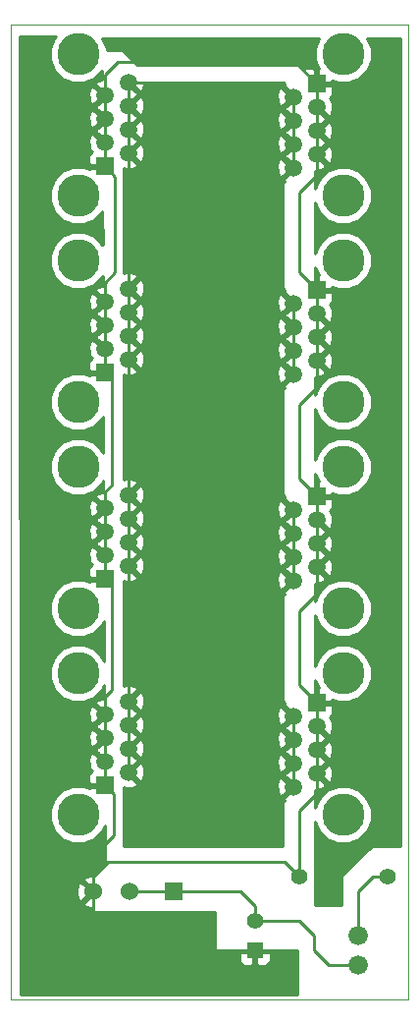
<source format=gbl>
G04 (created by PCBNEW (22-Jun-2014 BZR 4027)-stable) date Cts 25 Nis 2020 13:20:02 +03*
%MOIN*%
G04 Gerber Fmt 3.4, Leading zero omitted, Abs format*
%FSLAX34Y34*%
G01*
G70*
G90*
G04 APERTURE LIST*
%ADD10C,0.00590551*%
%ADD11C,0.00393701*%
%ADD12C,0.1437*%
%ADD13R,0.0591X0.0591*%
%ADD14C,0.0591*%
%ADD15C,0.055*%
%ADD16R,0.06X0.06*%
%ADD17C,0.06*%
%ADD18C,0.066*%
%ADD19R,0.055X0.055*%
%ADD20C,0.01*%
G04 APERTURE END LIST*
G54D10*
G54D11*
X8700Y-6600D02*
X8750Y-6600D01*
X8700Y-39650D02*
X8700Y-6600D01*
X22200Y-39650D02*
X8700Y-39650D01*
X22200Y-6600D02*
X22200Y-39650D01*
X8750Y-6600D02*
X22200Y-6600D01*
G54D12*
X11000Y-12400D03*
X11000Y-7600D03*
G54D13*
X11900Y-11400D03*
G54D14*
X12700Y-10950D03*
X11900Y-10600D03*
X12700Y-10150D03*
X11900Y-9800D03*
X12700Y-9350D03*
X11900Y-9000D03*
X12700Y-8550D03*
G54D12*
X11000Y-19400D03*
X11000Y-14600D03*
G54D13*
X11900Y-18400D03*
G54D14*
X12700Y-17950D03*
X11900Y-17600D03*
X12700Y-17150D03*
X11900Y-16800D03*
X12700Y-16350D03*
X11900Y-16000D03*
X12700Y-15550D03*
G54D12*
X11000Y-26400D03*
X11000Y-21600D03*
G54D13*
X11900Y-25400D03*
G54D14*
X12700Y-24950D03*
X11900Y-24600D03*
X12700Y-24150D03*
X11900Y-23800D03*
X12700Y-23350D03*
X11900Y-23000D03*
X12700Y-22550D03*
G54D12*
X11000Y-33400D03*
X11000Y-28600D03*
G54D13*
X11900Y-32400D03*
G54D14*
X12700Y-31950D03*
X11900Y-31600D03*
X12700Y-31150D03*
X11900Y-30800D03*
X12700Y-30350D03*
X11900Y-30000D03*
X12700Y-29550D03*
G54D12*
X20000Y-7600D03*
X20000Y-12400D03*
G54D13*
X19100Y-8600D03*
G54D14*
X18300Y-9050D03*
X19100Y-9400D03*
X18300Y-9850D03*
X19100Y-10200D03*
X18300Y-10650D03*
X19100Y-11000D03*
X18300Y-11450D03*
G54D12*
X20000Y-14600D03*
X20000Y-19400D03*
G54D13*
X19100Y-15600D03*
G54D14*
X18300Y-16050D03*
X19100Y-16400D03*
X18300Y-16850D03*
X19100Y-17200D03*
X18300Y-17650D03*
X19100Y-18000D03*
X18300Y-18450D03*
G54D12*
X20000Y-21600D03*
X20000Y-26400D03*
G54D13*
X19100Y-22600D03*
G54D14*
X18300Y-23050D03*
X19100Y-23400D03*
X18300Y-23850D03*
X19100Y-24200D03*
X18300Y-24650D03*
X19100Y-25000D03*
X18300Y-25450D03*
G54D12*
X20000Y-28600D03*
X20000Y-33400D03*
G54D13*
X19100Y-29600D03*
G54D14*
X18300Y-30050D03*
X19100Y-30400D03*
X18300Y-30850D03*
X19100Y-31200D03*
X18300Y-31650D03*
X19100Y-32000D03*
X18300Y-32450D03*
G54D15*
X18500Y-35500D03*
X21500Y-35500D03*
G54D16*
X14250Y-36000D03*
G54D17*
X12750Y-36000D03*
X11500Y-36000D03*
G54D18*
X20500Y-37500D03*
X20500Y-38500D03*
G54D19*
X17000Y-38000D03*
G54D15*
X17000Y-37000D03*
G54D20*
X18300Y-18450D02*
X18300Y-17650D01*
X18300Y-17650D02*
X18300Y-16850D01*
X18300Y-9050D02*
X18300Y-9850D01*
X18300Y-9850D02*
X18300Y-10650D01*
X18300Y-10650D02*
X18300Y-11450D01*
X18300Y-30050D02*
X17900Y-29650D01*
X17900Y-25850D02*
X18300Y-25450D01*
X17900Y-29650D02*
X17900Y-25850D01*
X18300Y-32450D02*
X18300Y-31650D01*
X18300Y-31650D02*
X18300Y-30850D01*
X18300Y-30850D02*
X18300Y-30050D01*
X18300Y-25450D02*
X18300Y-24650D01*
X18300Y-24650D02*
X18300Y-23850D01*
X18300Y-23850D02*
X18300Y-23050D01*
X18300Y-23050D02*
X17950Y-22700D01*
X17950Y-22700D02*
X17950Y-18800D01*
X17950Y-18800D02*
X18300Y-18450D01*
X18300Y-16850D02*
X18300Y-16050D01*
X18300Y-16050D02*
X17950Y-15700D01*
X17950Y-15700D02*
X17950Y-11800D01*
X17950Y-11800D02*
X18300Y-11450D01*
X18300Y-9050D02*
X17800Y-8550D01*
X17800Y-8550D02*
X12700Y-8550D01*
X12700Y-8550D02*
X12700Y-9350D01*
X12700Y-9350D02*
X12700Y-10150D01*
X12700Y-10150D02*
X12700Y-10950D01*
X12700Y-10950D02*
X12700Y-15550D01*
X12700Y-15550D02*
X12700Y-16350D01*
X12700Y-16350D02*
X12700Y-17150D01*
X12700Y-17150D02*
X12700Y-17950D01*
X12700Y-17950D02*
X12700Y-22550D01*
X12700Y-22550D02*
X12700Y-23350D01*
X12700Y-23350D02*
X12700Y-24150D01*
X12700Y-24150D02*
X12700Y-24950D01*
X12700Y-24950D02*
X12700Y-29550D01*
X12700Y-29550D02*
X12700Y-30350D01*
X12700Y-30350D02*
X12700Y-31150D01*
X12700Y-31150D02*
X12700Y-31950D01*
X14250Y-36000D02*
X12750Y-36000D01*
X14250Y-36000D02*
X16500Y-36000D01*
X17000Y-36500D02*
X17000Y-37000D01*
X16500Y-36000D02*
X17000Y-36500D01*
X17000Y-37000D02*
X18500Y-37000D01*
X18500Y-37000D02*
X19000Y-37500D01*
X19000Y-37500D02*
X19000Y-38000D01*
X19000Y-38000D02*
X19500Y-38500D01*
X19500Y-38500D02*
X20500Y-38500D01*
X20500Y-37500D02*
X20500Y-36000D01*
X21000Y-35500D02*
X21500Y-35500D01*
X20500Y-36000D02*
X21000Y-35500D01*
X11900Y-23800D02*
X11900Y-24600D01*
X11900Y-24600D02*
X11900Y-25400D01*
X11900Y-30800D02*
X11900Y-31600D01*
X11900Y-31600D02*
X11900Y-32400D01*
X11900Y-16800D02*
X11900Y-17600D01*
X11900Y-17600D02*
X11900Y-18400D01*
X11900Y-9800D02*
X11900Y-10600D01*
X11900Y-10600D02*
X11900Y-11400D01*
X19100Y-31200D02*
X19100Y-32000D01*
X19100Y-32000D02*
X19100Y-32650D01*
X18500Y-33250D02*
X18500Y-35500D01*
X19100Y-32650D02*
X18500Y-33250D01*
X11500Y-36000D02*
X11500Y-34800D01*
X12200Y-32700D02*
X11900Y-32400D01*
X12200Y-34100D02*
X12200Y-32700D01*
X11500Y-34800D02*
X12200Y-34100D01*
X11900Y-30800D02*
X11900Y-30000D01*
X11900Y-30000D02*
X11900Y-29400D01*
X11900Y-29400D02*
X12150Y-29150D01*
X12150Y-29150D02*
X12150Y-25650D01*
X12150Y-25650D02*
X11900Y-25400D01*
X11900Y-23800D02*
X11900Y-23000D01*
X11900Y-23000D02*
X11900Y-22450D01*
X11900Y-22450D02*
X12150Y-22200D01*
X12150Y-22200D02*
X12150Y-18650D01*
X12150Y-18650D02*
X11900Y-18400D01*
X11900Y-16800D02*
X11900Y-16000D01*
X11900Y-16000D02*
X11900Y-15350D01*
X11900Y-15350D02*
X12250Y-15000D01*
X12250Y-15000D02*
X12250Y-11750D01*
X12250Y-11750D02*
X11900Y-11400D01*
X11900Y-9800D02*
X11900Y-9000D01*
X11900Y-9000D02*
X11900Y-8400D01*
X11900Y-8400D02*
X11900Y-8300D01*
X11900Y-8300D02*
X12350Y-7850D01*
X12350Y-7850D02*
X18350Y-7850D01*
X18350Y-7850D02*
X19100Y-8600D01*
X19100Y-31200D02*
X19100Y-30400D01*
X19100Y-30400D02*
X19100Y-29600D01*
X19100Y-29600D02*
X18500Y-29000D01*
X18500Y-29000D02*
X18500Y-26500D01*
X18500Y-26500D02*
X19100Y-25900D01*
X19100Y-25900D02*
X19100Y-25000D01*
X19100Y-25000D02*
X19100Y-24200D01*
X19100Y-24200D02*
X19100Y-23400D01*
X19100Y-23400D02*
X19100Y-22600D01*
X19100Y-22600D02*
X18500Y-22000D01*
X18500Y-22000D02*
X18500Y-19500D01*
X18500Y-19500D02*
X19100Y-18900D01*
X19100Y-18900D02*
X19100Y-18000D01*
X19100Y-18000D02*
X19100Y-17200D01*
X19100Y-17200D02*
X19100Y-16400D01*
X19100Y-16400D02*
X19100Y-15600D01*
X19100Y-15600D02*
X18500Y-15000D01*
X18500Y-15000D02*
X18500Y-12300D01*
X18500Y-12300D02*
X19100Y-11700D01*
X19100Y-11700D02*
X19100Y-11000D01*
X19100Y-11000D02*
X19100Y-10200D01*
X19100Y-10200D02*
X19100Y-9400D01*
X19100Y-9400D02*
X19100Y-8600D01*
X17000Y-38000D02*
X12000Y-38000D01*
X11500Y-37500D02*
X11500Y-36000D01*
X12000Y-38000D02*
X11500Y-37500D01*
X11500Y-36000D02*
X11500Y-35500D01*
X18000Y-35000D02*
X18500Y-35500D01*
X12000Y-35000D02*
X18000Y-35000D01*
X11500Y-35500D02*
X12000Y-35000D01*
G54D10*
G36*
X18450Y-39500D02*
X17525Y-39500D01*
X17525Y-38324D01*
X17525Y-38112D01*
X17462Y-38050D01*
X17050Y-38050D01*
X17050Y-38462D01*
X17112Y-38525D01*
X17225Y-38525D01*
X17324Y-38524D01*
X17416Y-38486D01*
X17487Y-38416D01*
X17525Y-38324D01*
X17525Y-39500D01*
X16950Y-39500D01*
X16950Y-38462D01*
X16950Y-38050D01*
X16537Y-38050D01*
X16475Y-38112D01*
X16474Y-38324D01*
X16512Y-38416D01*
X16583Y-38486D01*
X16675Y-38524D01*
X16774Y-38525D01*
X16887Y-38525D01*
X16950Y-38462D01*
X16950Y-39500D01*
X9049Y-39500D01*
X9000Y-7020D01*
X9020Y-7000D01*
X10230Y-7000D01*
X10179Y-7050D01*
X10031Y-7406D01*
X10031Y-7791D01*
X10178Y-8147D01*
X10450Y-8420D01*
X10806Y-8568D01*
X11191Y-8568D01*
X11547Y-8421D01*
X11804Y-8165D01*
X11805Y-8458D01*
X11763Y-8460D01*
X11614Y-8522D01*
X11588Y-8617D01*
X11806Y-8836D01*
X11807Y-8977D01*
X11517Y-8688D01*
X11422Y-8714D01*
X11349Y-8919D01*
X11360Y-9136D01*
X11422Y-9285D01*
X11517Y-9311D01*
X11807Y-9021D01*
X11807Y-9162D01*
X11671Y-9298D01*
X11614Y-9322D01*
X11601Y-9368D01*
X11588Y-9382D01*
X11592Y-9400D01*
X11588Y-9417D01*
X11601Y-9431D01*
X11614Y-9477D01*
X11666Y-9495D01*
X11809Y-9638D01*
X11810Y-9780D01*
X11517Y-9488D01*
X11422Y-9514D01*
X11349Y-9719D01*
X11360Y-9936D01*
X11422Y-10085D01*
X11517Y-10111D01*
X11810Y-9819D01*
X11810Y-9959D01*
X11671Y-10098D01*
X11614Y-10122D01*
X11601Y-10168D01*
X11588Y-10182D01*
X11592Y-10200D01*
X11588Y-10217D01*
X11601Y-10231D01*
X11614Y-10277D01*
X11666Y-10295D01*
X11812Y-10441D01*
X11812Y-10583D01*
X11517Y-10288D01*
X11422Y-10314D01*
X11349Y-10519D01*
X11360Y-10736D01*
X11422Y-10885D01*
X11459Y-10895D01*
X11392Y-10963D01*
X11354Y-11054D01*
X11354Y-11287D01*
X11417Y-11350D01*
X11815Y-11350D01*
X11816Y-11450D01*
X11417Y-11450D01*
X11364Y-11502D01*
X11193Y-11431D01*
X10808Y-11431D01*
X10452Y-11578D01*
X10179Y-11850D01*
X10031Y-12206D01*
X10031Y-12591D01*
X10178Y-12947D01*
X10450Y-13220D01*
X10806Y-13368D01*
X11191Y-13368D01*
X11547Y-13221D01*
X11820Y-12949D01*
X11821Y-12947D01*
X11825Y-14061D01*
X11821Y-14052D01*
X11549Y-13779D01*
X11193Y-13631D01*
X10808Y-13631D01*
X10452Y-13778D01*
X10179Y-14050D01*
X10031Y-14406D01*
X10031Y-14791D01*
X10178Y-15147D01*
X10450Y-15420D01*
X10806Y-15568D01*
X11191Y-15568D01*
X11547Y-15421D01*
X11820Y-15149D01*
X11829Y-15128D01*
X11830Y-15457D01*
X11763Y-15460D01*
X11614Y-15522D01*
X11588Y-15617D01*
X11831Y-15861D01*
X11832Y-16138D01*
X11829Y-16141D01*
X11829Y-16000D01*
X11517Y-15688D01*
X11422Y-15714D01*
X11349Y-15919D01*
X11360Y-16136D01*
X11422Y-16285D01*
X11517Y-16311D01*
X11829Y-16000D01*
X11829Y-16141D01*
X11671Y-16298D01*
X11614Y-16322D01*
X11601Y-16368D01*
X11588Y-16382D01*
X11592Y-16400D01*
X11588Y-16417D01*
X11601Y-16431D01*
X11614Y-16477D01*
X11666Y-16495D01*
X11834Y-16663D01*
X11835Y-16935D01*
X11829Y-16941D01*
X11829Y-16800D01*
X11517Y-16488D01*
X11422Y-16514D01*
X11349Y-16719D01*
X11360Y-16936D01*
X11422Y-17085D01*
X11517Y-17111D01*
X11829Y-16800D01*
X11829Y-16941D01*
X11671Y-17098D01*
X11614Y-17122D01*
X11601Y-17168D01*
X11588Y-17182D01*
X11592Y-17200D01*
X11588Y-17217D01*
X11601Y-17231D01*
X11614Y-17277D01*
X11666Y-17295D01*
X11837Y-17466D01*
X11837Y-17619D01*
X11823Y-17605D01*
X11829Y-17600D01*
X11517Y-17288D01*
X11422Y-17314D01*
X11349Y-17519D01*
X11360Y-17736D01*
X11422Y-17885D01*
X11459Y-17895D01*
X11392Y-17963D01*
X11354Y-18054D01*
X11354Y-18287D01*
X11417Y-18350D01*
X11840Y-18350D01*
X11840Y-18450D01*
X11417Y-18450D01*
X11364Y-18502D01*
X11193Y-18431D01*
X10808Y-18431D01*
X10452Y-18578D01*
X10179Y-18850D01*
X10031Y-19206D01*
X10031Y-19591D01*
X10178Y-19947D01*
X10450Y-20220D01*
X10806Y-20368D01*
X11191Y-20368D01*
X11547Y-20221D01*
X11820Y-19949D01*
X11846Y-19887D01*
X11850Y-21122D01*
X11821Y-21052D01*
X11549Y-20779D01*
X11193Y-20631D01*
X10808Y-20631D01*
X10452Y-20778D01*
X10179Y-21050D01*
X10031Y-21406D01*
X10031Y-21791D01*
X10178Y-22147D01*
X10450Y-22420D01*
X10806Y-22568D01*
X11191Y-22568D01*
X11547Y-22421D01*
X11820Y-22149D01*
X11853Y-22069D01*
X11855Y-22456D01*
X11763Y-22460D01*
X11614Y-22522D01*
X11588Y-22617D01*
X11856Y-22886D01*
X11857Y-23113D01*
X11829Y-23141D01*
X11829Y-23000D01*
X11517Y-22688D01*
X11422Y-22714D01*
X11349Y-22919D01*
X11360Y-23136D01*
X11422Y-23285D01*
X11517Y-23311D01*
X11829Y-23000D01*
X11829Y-23141D01*
X11671Y-23298D01*
X11614Y-23322D01*
X11601Y-23368D01*
X11588Y-23382D01*
X11592Y-23400D01*
X11588Y-23417D01*
X11601Y-23431D01*
X11614Y-23477D01*
X11666Y-23495D01*
X11859Y-23688D01*
X11860Y-23910D01*
X11829Y-23941D01*
X11829Y-23800D01*
X11517Y-23488D01*
X11422Y-23514D01*
X11349Y-23719D01*
X11360Y-23936D01*
X11422Y-24085D01*
X11517Y-24111D01*
X11829Y-23800D01*
X11829Y-23941D01*
X11671Y-24098D01*
X11614Y-24122D01*
X11601Y-24168D01*
X11588Y-24182D01*
X11592Y-24200D01*
X11588Y-24217D01*
X11601Y-24231D01*
X11614Y-24277D01*
X11666Y-24295D01*
X11862Y-24491D01*
X11862Y-24644D01*
X11823Y-24605D01*
X11829Y-24600D01*
X11517Y-24288D01*
X11422Y-24314D01*
X11349Y-24519D01*
X11360Y-24736D01*
X11422Y-24885D01*
X11459Y-24895D01*
X11392Y-24963D01*
X11354Y-25054D01*
X11354Y-25287D01*
X11417Y-25350D01*
X11850Y-25350D01*
X11850Y-25342D01*
X11865Y-25342D01*
X11865Y-25457D01*
X11850Y-25457D01*
X11850Y-25450D01*
X11417Y-25450D01*
X11364Y-25502D01*
X11193Y-25431D01*
X10808Y-25431D01*
X10452Y-25578D01*
X10179Y-25850D01*
X10031Y-26206D01*
X10031Y-26591D01*
X10178Y-26947D01*
X10450Y-27220D01*
X10806Y-27368D01*
X11191Y-27368D01*
X11547Y-27221D01*
X11820Y-26949D01*
X11870Y-26828D01*
X11875Y-28182D01*
X11821Y-28052D01*
X11549Y-27779D01*
X11193Y-27631D01*
X10808Y-27631D01*
X10452Y-27778D01*
X10179Y-28050D01*
X10031Y-28406D01*
X10031Y-28791D01*
X10178Y-29147D01*
X10450Y-29420D01*
X10806Y-29568D01*
X11191Y-29568D01*
X11547Y-29421D01*
X11820Y-29149D01*
X11878Y-29009D01*
X11880Y-29454D01*
X11763Y-29460D01*
X11614Y-29522D01*
X11588Y-29617D01*
X11881Y-29911D01*
X11882Y-30088D01*
X11829Y-30141D01*
X11829Y-30000D01*
X11517Y-29688D01*
X11422Y-29714D01*
X11349Y-29919D01*
X11360Y-30136D01*
X11422Y-30285D01*
X11517Y-30311D01*
X11829Y-30000D01*
X11829Y-30141D01*
X11671Y-30298D01*
X11614Y-30322D01*
X11601Y-30368D01*
X11588Y-30382D01*
X11592Y-30400D01*
X11588Y-30417D01*
X11601Y-30431D01*
X11614Y-30477D01*
X11666Y-30495D01*
X11884Y-30713D01*
X11885Y-30885D01*
X11829Y-30941D01*
X11829Y-30800D01*
X11517Y-30488D01*
X11422Y-30514D01*
X11349Y-30719D01*
X11360Y-30936D01*
X11422Y-31085D01*
X11517Y-31111D01*
X11829Y-30800D01*
X11829Y-30941D01*
X11671Y-31098D01*
X11614Y-31122D01*
X11601Y-31168D01*
X11588Y-31182D01*
X11592Y-31200D01*
X11588Y-31217D01*
X11601Y-31231D01*
X11614Y-31277D01*
X11666Y-31295D01*
X11887Y-31516D01*
X11887Y-31669D01*
X11823Y-31605D01*
X11829Y-31600D01*
X11517Y-31288D01*
X11422Y-31314D01*
X11349Y-31519D01*
X11360Y-31736D01*
X11422Y-31885D01*
X11459Y-31895D01*
X11392Y-31963D01*
X11354Y-32054D01*
X11354Y-32287D01*
X11417Y-32350D01*
X11850Y-32350D01*
X11850Y-32342D01*
X11890Y-32342D01*
X11890Y-32457D01*
X11850Y-32457D01*
X11850Y-32450D01*
X11417Y-32450D01*
X11364Y-32502D01*
X11193Y-32431D01*
X10808Y-32431D01*
X10452Y-32578D01*
X10179Y-32850D01*
X10031Y-33206D01*
X10031Y-33591D01*
X10178Y-33947D01*
X10450Y-34220D01*
X10806Y-34368D01*
X11191Y-34368D01*
X11547Y-34221D01*
X11820Y-33949D01*
X11895Y-33769D01*
X11899Y-35029D01*
X11478Y-35450D01*
X11363Y-35456D01*
X11212Y-35518D01*
X11184Y-35614D01*
X11467Y-35896D01*
X11475Y-36094D01*
X11429Y-36141D01*
X11429Y-36000D01*
X11114Y-35684D01*
X11018Y-35712D01*
X10945Y-35918D01*
X10956Y-36136D01*
X11018Y-36287D01*
X11114Y-36315D01*
X11429Y-36000D01*
X11429Y-36141D01*
X11184Y-36385D01*
X11212Y-36481D01*
X11418Y-36554D01*
X11495Y-36550D01*
X11502Y-36700D01*
X15650Y-36700D01*
X15650Y-38000D01*
X18450Y-38000D01*
X18450Y-39500D01*
X18450Y-39500D01*
G37*
G54D20*
X18450Y-39500D02*
X17525Y-39500D01*
X17525Y-38324D01*
X17525Y-38112D01*
X17462Y-38050D01*
X17050Y-38050D01*
X17050Y-38462D01*
X17112Y-38525D01*
X17225Y-38525D01*
X17324Y-38524D01*
X17416Y-38486D01*
X17487Y-38416D01*
X17525Y-38324D01*
X17525Y-39500D01*
X16950Y-39500D01*
X16950Y-38462D01*
X16950Y-38050D01*
X16537Y-38050D01*
X16475Y-38112D01*
X16474Y-38324D01*
X16512Y-38416D01*
X16583Y-38486D01*
X16675Y-38524D01*
X16774Y-38525D01*
X16887Y-38525D01*
X16950Y-38462D01*
X16950Y-39500D01*
X9049Y-39500D01*
X9000Y-7020D01*
X9020Y-7000D01*
X10230Y-7000D01*
X10179Y-7050D01*
X10031Y-7406D01*
X10031Y-7791D01*
X10178Y-8147D01*
X10450Y-8420D01*
X10806Y-8568D01*
X11191Y-8568D01*
X11547Y-8421D01*
X11804Y-8165D01*
X11805Y-8458D01*
X11763Y-8460D01*
X11614Y-8522D01*
X11588Y-8617D01*
X11806Y-8836D01*
X11807Y-8977D01*
X11517Y-8688D01*
X11422Y-8714D01*
X11349Y-8919D01*
X11360Y-9136D01*
X11422Y-9285D01*
X11517Y-9311D01*
X11807Y-9021D01*
X11807Y-9162D01*
X11671Y-9298D01*
X11614Y-9322D01*
X11601Y-9368D01*
X11588Y-9382D01*
X11592Y-9400D01*
X11588Y-9417D01*
X11601Y-9431D01*
X11614Y-9477D01*
X11666Y-9495D01*
X11809Y-9638D01*
X11810Y-9780D01*
X11517Y-9488D01*
X11422Y-9514D01*
X11349Y-9719D01*
X11360Y-9936D01*
X11422Y-10085D01*
X11517Y-10111D01*
X11810Y-9819D01*
X11810Y-9959D01*
X11671Y-10098D01*
X11614Y-10122D01*
X11601Y-10168D01*
X11588Y-10182D01*
X11592Y-10200D01*
X11588Y-10217D01*
X11601Y-10231D01*
X11614Y-10277D01*
X11666Y-10295D01*
X11812Y-10441D01*
X11812Y-10583D01*
X11517Y-10288D01*
X11422Y-10314D01*
X11349Y-10519D01*
X11360Y-10736D01*
X11422Y-10885D01*
X11459Y-10895D01*
X11392Y-10963D01*
X11354Y-11054D01*
X11354Y-11287D01*
X11417Y-11350D01*
X11815Y-11350D01*
X11816Y-11450D01*
X11417Y-11450D01*
X11364Y-11502D01*
X11193Y-11431D01*
X10808Y-11431D01*
X10452Y-11578D01*
X10179Y-11850D01*
X10031Y-12206D01*
X10031Y-12591D01*
X10178Y-12947D01*
X10450Y-13220D01*
X10806Y-13368D01*
X11191Y-13368D01*
X11547Y-13221D01*
X11820Y-12949D01*
X11821Y-12947D01*
X11825Y-14061D01*
X11821Y-14052D01*
X11549Y-13779D01*
X11193Y-13631D01*
X10808Y-13631D01*
X10452Y-13778D01*
X10179Y-14050D01*
X10031Y-14406D01*
X10031Y-14791D01*
X10178Y-15147D01*
X10450Y-15420D01*
X10806Y-15568D01*
X11191Y-15568D01*
X11547Y-15421D01*
X11820Y-15149D01*
X11829Y-15128D01*
X11830Y-15457D01*
X11763Y-15460D01*
X11614Y-15522D01*
X11588Y-15617D01*
X11831Y-15861D01*
X11832Y-16138D01*
X11829Y-16141D01*
X11829Y-16000D01*
X11517Y-15688D01*
X11422Y-15714D01*
X11349Y-15919D01*
X11360Y-16136D01*
X11422Y-16285D01*
X11517Y-16311D01*
X11829Y-16000D01*
X11829Y-16141D01*
X11671Y-16298D01*
X11614Y-16322D01*
X11601Y-16368D01*
X11588Y-16382D01*
X11592Y-16400D01*
X11588Y-16417D01*
X11601Y-16431D01*
X11614Y-16477D01*
X11666Y-16495D01*
X11834Y-16663D01*
X11835Y-16935D01*
X11829Y-16941D01*
X11829Y-16800D01*
X11517Y-16488D01*
X11422Y-16514D01*
X11349Y-16719D01*
X11360Y-16936D01*
X11422Y-17085D01*
X11517Y-17111D01*
X11829Y-16800D01*
X11829Y-16941D01*
X11671Y-17098D01*
X11614Y-17122D01*
X11601Y-17168D01*
X11588Y-17182D01*
X11592Y-17200D01*
X11588Y-17217D01*
X11601Y-17231D01*
X11614Y-17277D01*
X11666Y-17295D01*
X11837Y-17466D01*
X11837Y-17619D01*
X11823Y-17605D01*
X11829Y-17600D01*
X11517Y-17288D01*
X11422Y-17314D01*
X11349Y-17519D01*
X11360Y-17736D01*
X11422Y-17885D01*
X11459Y-17895D01*
X11392Y-17963D01*
X11354Y-18054D01*
X11354Y-18287D01*
X11417Y-18350D01*
X11840Y-18350D01*
X11840Y-18450D01*
X11417Y-18450D01*
X11364Y-18502D01*
X11193Y-18431D01*
X10808Y-18431D01*
X10452Y-18578D01*
X10179Y-18850D01*
X10031Y-19206D01*
X10031Y-19591D01*
X10178Y-19947D01*
X10450Y-20220D01*
X10806Y-20368D01*
X11191Y-20368D01*
X11547Y-20221D01*
X11820Y-19949D01*
X11846Y-19887D01*
X11850Y-21122D01*
X11821Y-21052D01*
X11549Y-20779D01*
X11193Y-20631D01*
X10808Y-20631D01*
X10452Y-20778D01*
X10179Y-21050D01*
X10031Y-21406D01*
X10031Y-21791D01*
X10178Y-22147D01*
X10450Y-22420D01*
X10806Y-22568D01*
X11191Y-22568D01*
X11547Y-22421D01*
X11820Y-22149D01*
X11853Y-22069D01*
X11855Y-22456D01*
X11763Y-22460D01*
X11614Y-22522D01*
X11588Y-22617D01*
X11856Y-22886D01*
X11857Y-23113D01*
X11829Y-23141D01*
X11829Y-23000D01*
X11517Y-22688D01*
X11422Y-22714D01*
X11349Y-22919D01*
X11360Y-23136D01*
X11422Y-23285D01*
X11517Y-23311D01*
X11829Y-23000D01*
X11829Y-23141D01*
X11671Y-23298D01*
X11614Y-23322D01*
X11601Y-23368D01*
X11588Y-23382D01*
X11592Y-23400D01*
X11588Y-23417D01*
X11601Y-23431D01*
X11614Y-23477D01*
X11666Y-23495D01*
X11859Y-23688D01*
X11860Y-23910D01*
X11829Y-23941D01*
X11829Y-23800D01*
X11517Y-23488D01*
X11422Y-23514D01*
X11349Y-23719D01*
X11360Y-23936D01*
X11422Y-24085D01*
X11517Y-24111D01*
X11829Y-23800D01*
X11829Y-23941D01*
X11671Y-24098D01*
X11614Y-24122D01*
X11601Y-24168D01*
X11588Y-24182D01*
X11592Y-24200D01*
X11588Y-24217D01*
X11601Y-24231D01*
X11614Y-24277D01*
X11666Y-24295D01*
X11862Y-24491D01*
X11862Y-24644D01*
X11823Y-24605D01*
X11829Y-24600D01*
X11517Y-24288D01*
X11422Y-24314D01*
X11349Y-24519D01*
X11360Y-24736D01*
X11422Y-24885D01*
X11459Y-24895D01*
X11392Y-24963D01*
X11354Y-25054D01*
X11354Y-25287D01*
X11417Y-25350D01*
X11850Y-25350D01*
X11850Y-25342D01*
X11865Y-25342D01*
X11865Y-25457D01*
X11850Y-25457D01*
X11850Y-25450D01*
X11417Y-25450D01*
X11364Y-25502D01*
X11193Y-25431D01*
X10808Y-25431D01*
X10452Y-25578D01*
X10179Y-25850D01*
X10031Y-26206D01*
X10031Y-26591D01*
X10178Y-26947D01*
X10450Y-27220D01*
X10806Y-27368D01*
X11191Y-27368D01*
X11547Y-27221D01*
X11820Y-26949D01*
X11870Y-26828D01*
X11875Y-28182D01*
X11821Y-28052D01*
X11549Y-27779D01*
X11193Y-27631D01*
X10808Y-27631D01*
X10452Y-27778D01*
X10179Y-28050D01*
X10031Y-28406D01*
X10031Y-28791D01*
X10178Y-29147D01*
X10450Y-29420D01*
X10806Y-29568D01*
X11191Y-29568D01*
X11547Y-29421D01*
X11820Y-29149D01*
X11878Y-29009D01*
X11880Y-29454D01*
X11763Y-29460D01*
X11614Y-29522D01*
X11588Y-29617D01*
X11881Y-29911D01*
X11882Y-30088D01*
X11829Y-30141D01*
X11829Y-30000D01*
X11517Y-29688D01*
X11422Y-29714D01*
X11349Y-29919D01*
X11360Y-30136D01*
X11422Y-30285D01*
X11517Y-30311D01*
X11829Y-30000D01*
X11829Y-30141D01*
X11671Y-30298D01*
X11614Y-30322D01*
X11601Y-30368D01*
X11588Y-30382D01*
X11592Y-30400D01*
X11588Y-30417D01*
X11601Y-30431D01*
X11614Y-30477D01*
X11666Y-30495D01*
X11884Y-30713D01*
X11885Y-30885D01*
X11829Y-30941D01*
X11829Y-30800D01*
X11517Y-30488D01*
X11422Y-30514D01*
X11349Y-30719D01*
X11360Y-30936D01*
X11422Y-31085D01*
X11517Y-31111D01*
X11829Y-30800D01*
X11829Y-30941D01*
X11671Y-31098D01*
X11614Y-31122D01*
X11601Y-31168D01*
X11588Y-31182D01*
X11592Y-31200D01*
X11588Y-31217D01*
X11601Y-31231D01*
X11614Y-31277D01*
X11666Y-31295D01*
X11887Y-31516D01*
X11887Y-31669D01*
X11823Y-31605D01*
X11829Y-31600D01*
X11517Y-31288D01*
X11422Y-31314D01*
X11349Y-31519D01*
X11360Y-31736D01*
X11422Y-31885D01*
X11459Y-31895D01*
X11392Y-31963D01*
X11354Y-32054D01*
X11354Y-32287D01*
X11417Y-32350D01*
X11850Y-32350D01*
X11850Y-32342D01*
X11890Y-32342D01*
X11890Y-32457D01*
X11850Y-32457D01*
X11850Y-32450D01*
X11417Y-32450D01*
X11364Y-32502D01*
X11193Y-32431D01*
X10808Y-32431D01*
X10452Y-32578D01*
X10179Y-32850D01*
X10031Y-33206D01*
X10031Y-33591D01*
X10178Y-33947D01*
X10450Y-34220D01*
X10806Y-34368D01*
X11191Y-34368D01*
X11547Y-34221D01*
X11820Y-33949D01*
X11895Y-33769D01*
X11899Y-35029D01*
X11478Y-35450D01*
X11363Y-35456D01*
X11212Y-35518D01*
X11184Y-35614D01*
X11467Y-35896D01*
X11475Y-36094D01*
X11429Y-36141D01*
X11429Y-36000D01*
X11114Y-35684D01*
X11018Y-35712D01*
X10945Y-35918D01*
X10956Y-36136D01*
X11018Y-36287D01*
X11114Y-36315D01*
X11429Y-36000D01*
X11429Y-36141D01*
X11184Y-36385D01*
X11212Y-36481D01*
X11418Y-36554D01*
X11495Y-36550D01*
X11502Y-36700D01*
X15650Y-36700D01*
X15650Y-38000D01*
X18450Y-38000D01*
X18450Y-39500D01*
G54D10*
G36*
X21950Y-34450D02*
X20979Y-34450D01*
X19950Y-35479D01*
X19950Y-36450D01*
X19050Y-36450D01*
X19050Y-33636D01*
X19178Y-33947D01*
X19450Y-34220D01*
X19806Y-34368D01*
X20191Y-34368D01*
X20547Y-34221D01*
X20820Y-33949D01*
X20968Y-33593D01*
X20968Y-33208D01*
X20821Y-32852D01*
X20549Y-32579D01*
X20193Y-32431D01*
X19808Y-32431D01*
X19650Y-32496D01*
X19650Y-32080D01*
X19650Y-31280D01*
X19639Y-31063D01*
X19577Y-30914D01*
X19482Y-30888D01*
X19170Y-31200D01*
X19482Y-31511D01*
X19577Y-31485D01*
X19650Y-31280D01*
X19650Y-32080D01*
X19639Y-31863D01*
X19577Y-31714D01*
X19482Y-31688D01*
X19170Y-32000D01*
X19482Y-32311D01*
X19577Y-32285D01*
X19650Y-32080D01*
X19650Y-32496D01*
X19452Y-32578D01*
X19179Y-32850D01*
X19050Y-33162D01*
X19050Y-32548D01*
X19236Y-32539D01*
X19385Y-32477D01*
X19411Y-32382D01*
X19100Y-32070D01*
X19094Y-32076D01*
X19050Y-32031D01*
X19050Y-31968D01*
X19094Y-31923D01*
X19100Y-31929D01*
X19328Y-31701D01*
X19385Y-31677D01*
X19398Y-31631D01*
X19411Y-31617D01*
X19407Y-31600D01*
X19411Y-31582D01*
X19398Y-31568D01*
X19385Y-31522D01*
X19333Y-31504D01*
X19100Y-31270D01*
X19094Y-31276D01*
X19050Y-31231D01*
X19050Y-31168D01*
X19094Y-31123D01*
X19100Y-31129D01*
X19328Y-30901D01*
X19385Y-30877D01*
X19398Y-30831D01*
X19411Y-30817D01*
X19407Y-30800D01*
X19411Y-30782D01*
X19398Y-30768D01*
X19385Y-30722D01*
X19333Y-30704D01*
X19100Y-30470D01*
X19094Y-30476D01*
X19050Y-30431D01*
X19050Y-30368D01*
X19094Y-30323D01*
X19100Y-30329D01*
X19105Y-30323D01*
X19176Y-30394D01*
X19170Y-30400D01*
X19482Y-30711D01*
X19577Y-30685D01*
X19650Y-30480D01*
X19639Y-30263D01*
X19577Y-30114D01*
X19540Y-30104D01*
X19607Y-30036D01*
X19645Y-29945D01*
X19645Y-29712D01*
X19583Y-29650D01*
X19150Y-29650D01*
X19150Y-29657D01*
X19050Y-29657D01*
X19050Y-29650D01*
X19050Y-29550D01*
X19050Y-29117D01*
X19050Y-28836D01*
X19161Y-29105D01*
X19150Y-29117D01*
X19150Y-29550D01*
X19583Y-29550D01*
X19635Y-29497D01*
X19806Y-29568D01*
X20191Y-29568D01*
X20547Y-29421D01*
X20820Y-29149D01*
X20968Y-28793D01*
X20968Y-28408D01*
X20821Y-28052D01*
X20549Y-27779D01*
X20193Y-27631D01*
X19808Y-27631D01*
X19452Y-27778D01*
X19179Y-28050D01*
X19050Y-28362D01*
X19050Y-26636D01*
X19178Y-26947D01*
X19450Y-27220D01*
X19806Y-27368D01*
X20191Y-27368D01*
X20547Y-27221D01*
X20820Y-26949D01*
X20968Y-26593D01*
X20968Y-26208D01*
X20821Y-25852D01*
X20549Y-25579D01*
X20193Y-25431D01*
X19808Y-25431D01*
X19650Y-25496D01*
X19650Y-25080D01*
X19650Y-24280D01*
X19639Y-24063D01*
X19577Y-23914D01*
X19482Y-23888D01*
X19170Y-24200D01*
X19482Y-24511D01*
X19577Y-24485D01*
X19650Y-24280D01*
X19650Y-25080D01*
X19639Y-24863D01*
X19577Y-24714D01*
X19482Y-24688D01*
X19170Y-25000D01*
X19482Y-25311D01*
X19577Y-25285D01*
X19650Y-25080D01*
X19650Y-25496D01*
X19452Y-25578D01*
X19179Y-25850D01*
X19050Y-26162D01*
X19050Y-25548D01*
X19236Y-25539D01*
X19385Y-25477D01*
X19411Y-25382D01*
X19100Y-25070D01*
X19094Y-25076D01*
X19050Y-25031D01*
X19050Y-24968D01*
X19094Y-24923D01*
X19100Y-24929D01*
X19328Y-24701D01*
X19385Y-24677D01*
X19398Y-24631D01*
X19411Y-24617D01*
X19407Y-24600D01*
X19411Y-24582D01*
X19398Y-24568D01*
X19385Y-24522D01*
X19333Y-24504D01*
X19100Y-24270D01*
X19094Y-24276D01*
X19050Y-24231D01*
X19050Y-24168D01*
X19094Y-24123D01*
X19100Y-24129D01*
X19328Y-23901D01*
X19385Y-23877D01*
X19398Y-23831D01*
X19411Y-23817D01*
X19407Y-23800D01*
X19411Y-23782D01*
X19398Y-23768D01*
X19385Y-23722D01*
X19333Y-23704D01*
X19100Y-23470D01*
X19094Y-23476D01*
X19050Y-23431D01*
X19050Y-23368D01*
X19094Y-23323D01*
X19100Y-23329D01*
X19105Y-23323D01*
X19176Y-23394D01*
X19170Y-23400D01*
X19482Y-23711D01*
X19577Y-23685D01*
X19650Y-23480D01*
X19639Y-23263D01*
X19577Y-23114D01*
X19540Y-23104D01*
X19607Y-23036D01*
X19645Y-22945D01*
X19645Y-22712D01*
X19583Y-22650D01*
X19150Y-22650D01*
X19150Y-22657D01*
X19050Y-22657D01*
X19050Y-22650D01*
X19050Y-22550D01*
X19050Y-22117D01*
X19050Y-21836D01*
X19161Y-22105D01*
X19150Y-22117D01*
X19150Y-22550D01*
X19583Y-22550D01*
X19635Y-22497D01*
X19806Y-22568D01*
X20191Y-22568D01*
X20547Y-22421D01*
X20820Y-22149D01*
X20968Y-21793D01*
X20968Y-21408D01*
X20821Y-21052D01*
X20549Y-20779D01*
X20193Y-20631D01*
X19808Y-20631D01*
X19452Y-20778D01*
X19179Y-21050D01*
X19050Y-21362D01*
X19050Y-19636D01*
X19178Y-19947D01*
X19450Y-20220D01*
X19806Y-20368D01*
X20191Y-20368D01*
X20547Y-20221D01*
X20820Y-19949D01*
X20968Y-19593D01*
X20968Y-19208D01*
X20821Y-18852D01*
X20549Y-18579D01*
X20193Y-18431D01*
X19808Y-18431D01*
X19650Y-18496D01*
X19650Y-18080D01*
X19650Y-17280D01*
X19639Y-17063D01*
X19577Y-16914D01*
X19482Y-16888D01*
X19170Y-17200D01*
X19482Y-17511D01*
X19577Y-17485D01*
X19650Y-17280D01*
X19650Y-18080D01*
X19639Y-17863D01*
X19577Y-17714D01*
X19482Y-17688D01*
X19170Y-18000D01*
X19482Y-18311D01*
X19577Y-18285D01*
X19650Y-18080D01*
X19650Y-18496D01*
X19452Y-18578D01*
X19179Y-18850D01*
X19050Y-19162D01*
X19050Y-18548D01*
X19236Y-18539D01*
X19385Y-18477D01*
X19411Y-18382D01*
X19100Y-18070D01*
X19094Y-18076D01*
X19050Y-18031D01*
X19050Y-17968D01*
X19094Y-17923D01*
X19100Y-17929D01*
X19328Y-17701D01*
X19385Y-17677D01*
X19398Y-17631D01*
X19411Y-17617D01*
X19407Y-17600D01*
X19411Y-17582D01*
X19398Y-17568D01*
X19385Y-17522D01*
X19333Y-17504D01*
X19100Y-17270D01*
X19094Y-17276D01*
X19050Y-17231D01*
X19050Y-17168D01*
X19094Y-17123D01*
X19100Y-17129D01*
X19328Y-16901D01*
X19385Y-16877D01*
X19398Y-16831D01*
X19411Y-16817D01*
X19407Y-16800D01*
X19411Y-16782D01*
X19398Y-16768D01*
X19385Y-16722D01*
X19333Y-16704D01*
X19100Y-16470D01*
X19094Y-16476D01*
X19050Y-16431D01*
X19050Y-16368D01*
X19094Y-16323D01*
X19100Y-16329D01*
X19105Y-16323D01*
X19176Y-16394D01*
X19170Y-16400D01*
X19482Y-16711D01*
X19577Y-16685D01*
X19650Y-16480D01*
X19639Y-16263D01*
X19577Y-16114D01*
X19540Y-16104D01*
X19607Y-16036D01*
X19645Y-15945D01*
X19645Y-15712D01*
X19583Y-15650D01*
X19150Y-15650D01*
X19150Y-15657D01*
X19050Y-15657D01*
X19050Y-15650D01*
X19050Y-15550D01*
X19050Y-15117D01*
X19050Y-14836D01*
X19161Y-15105D01*
X19150Y-15117D01*
X19150Y-15550D01*
X19583Y-15550D01*
X19635Y-15497D01*
X19806Y-15568D01*
X20191Y-15568D01*
X20547Y-15421D01*
X20820Y-15149D01*
X20968Y-14793D01*
X20968Y-14408D01*
X20821Y-14052D01*
X20549Y-13779D01*
X20193Y-13631D01*
X19808Y-13631D01*
X19452Y-13778D01*
X19179Y-14050D01*
X19050Y-14362D01*
X19050Y-12636D01*
X19178Y-12947D01*
X19450Y-13220D01*
X19806Y-13368D01*
X20191Y-13368D01*
X20547Y-13221D01*
X20820Y-12949D01*
X20968Y-12593D01*
X20968Y-12208D01*
X20821Y-11852D01*
X20549Y-11579D01*
X20193Y-11431D01*
X19808Y-11431D01*
X19650Y-11496D01*
X19650Y-11080D01*
X19650Y-10280D01*
X19639Y-10063D01*
X19577Y-9914D01*
X19482Y-9888D01*
X19170Y-10200D01*
X19482Y-10511D01*
X19577Y-10485D01*
X19650Y-10280D01*
X19650Y-11080D01*
X19639Y-10863D01*
X19577Y-10714D01*
X19482Y-10688D01*
X19170Y-11000D01*
X19482Y-11311D01*
X19577Y-11285D01*
X19650Y-11080D01*
X19650Y-11496D01*
X19452Y-11578D01*
X19179Y-11850D01*
X19050Y-12162D01*
X19050Y-11548D01*
X19236Y-11539D01*
X19385Y-11477D01*
X19411Y-11382D01*
X19100Y-11070D01*
X19094Y-11076D01*
X19050Y-11031D01*
X19050Y-10968D01*
X19094Y-10923D01*
X19100Y-10929D01*
X19328Y-10701D01*
X19385Y-10677D01*
X19398Y-10631D01*
X19411Y-10617D01*
X19407Y-10600D01*
X19411Y-10582D01*
X19398Y-10568D01*
X19385Y-10522D01*
X19333Y-10504D01*
X19100Y-10270D01*
X19094Y-10276D01*
X19050Y-10231D01*
X19050Y-10168D01*
X19094Y-10123D01*
X19100Y-10129D01*
X19328Y-9901D01*
X19385Y-9877D01*
X19398Y-9831D01*
X19411Y-9817D01*
X19407Y-9800D01*
X19411Y-9782D01*
X19398Y-9768D01*
X19385Y-9722D01*
X19333Y-9704D01*
X19100Y-9470D01*
X19094Y-9476D01*
X19050Y-9431D01*
X19050Y-9368D01*
X19094Y-9323D01*
X19100Y-9329D01*
X19105Y-9323D01*
X19176Y-9394D01*
X19170Y-9400D01*
X19482Y-9711D01*
X19577Y-9685D01*
X19650Y-9480D01*
X19639Y-9263D01*
X19577Y-9114D01*
X19540Y-9104D01*
X19607Y-9036D01*
X19645Y-8945D01*
X19645Y-8712D01*
X19583Y-8650D01*
X19150Y-8650D01*
X19150Y-8657D01*
X19050Y-8657D01*
X19050Y-8650D01*
X19050Y-8550D01*
X19050Y-8479D01*
X19050Y-8117D01*
X18987Y-8054D01*
X18854Y-8054D01*
X18754Y-8054D01*
X18663Y-8092D01*
X18520Y-7950D01*
X13020Y-7950D01*
X12520Y-7450D01*
X11968Y-7450D01*
X11968Y-7408D01*
X11821Y-7052D01*
X11819Y-7050D01*
X19000Y-7050D01*
X19180Y-7050D01*
X19179Y-7050D01*
X19031Y-7406D01*
X19031Y-7791D01*
X19161Y-8105D01*
X19150Y-8117D01*
X19150Y-8550D01*
X19583Y-8550D01*
X19635Y-8497D01*
X19806Y-8568D01*
X20191Y-8568D01*
X20547Y-8421D01*
X20820Y-8149D01*
X20968Y-7793D01*
X20968Y-7408D01*
X20821Y-7052D01*
X20819Y-7050D01*
X21950Y-7050D01*
X21950Y-34450D01*
X21950Y-34450D01*
G37*
G54D20*
X21950Y-34450D02*
X20979Y-34450D01*
X19950Y-35479D01*
X19950Y-36450D01*
X19050Y-36450D01*
X19050Y-33636D01*
X19178Y-33947D01*
X19450Y-34220D01*
X19806Y-34368D01*
X20191Y-34368D01*
X20547Y-34221D01*
X20820Y-33949D01*
X20968Y-33593D01*
X20968Y-33208D01*
X20821Y-32852D01*
X20549Y-32579D01*
X20193Y-32431D01*
X19808Y-32431D01*
X19650Y-32496D01*
X19650Y-32080D01*
X19650Y-31280D01*
X19639Y-31063D01*
X19577Y-30914D01*
X19482Y-30888D01*
X19170Y-31200D01*
X19482Y-31511D01*
X19577Y-31485D01*
X19650Y-31280D01*
X19650Y-32080D01*
X19639Y-31863D01*
X19577Y-31714D01*
X19482Y-31688D01*
X19170Y-32000D01*
X19482Y-32311D01*
X19577Y-32285D01*
X19650Y-32080D01*
X19650Y-32496D01*
X19452Y-32578D01*
X19179Y-32850D01*
X19050Y-33162D01*
X19050Y-32548D01*
X19236Y-32539D01*
X19385Y-32477D01*
X19411Y-32382D01*
X19100Y-32070D01*
X19094Y-32076D01*
X19050Y-32031D01*
X19050Y-31968D01*
X19094Y-31923D01*
X19100Y-31929D01*
X19328Y-31701D01*
X19385Y-31677D01*
X19398Y-31631D01*
X19411Y-31617D01*
X19407Y-31600D01*
X19411Y-31582D01*
X19398Y-31568D01*
X19385Y-31522D01*
X19333Y-31504D01*
X19100Y-31270D01*
X19094Y-31276D01*
X19050Y-31231D01*
X19050Y-31168D01*
X19094Y-31123D01*
X19100Y-31129D01*
X19328Y-30901D01*
X19385Y-30877D01*
X19398Y-30831D01*
X19411Y-30817D01*
X19407Y-30800D01*
X19411Y-30782D01*
X19398Y-30768D01*
X19385Y-30722D01*
X19333Y-30704D01*
X19100Y-30470D01*
X19094Y-30476D01*
X19050Y-30431D01*
X19050Y-30368D01*
X19094Y-30323D01*
X19100Y-30329D01*
X19105Y-30323D01*
X19176Y-30394D01*
X19170Y-30400D01*
X19482Y-30711D01*
X19577Y-30685D01*
X19650Y-30480D01*
X19639Y-30263D01*
X19577Y-30114D01*
X19540Y-30104D01*
X19607Y-30036D01*
X19645Y-29945D01*
X19645Y-29712D01*
X19583Y-29650D01*
X19150Y-29650D01*
X19150Y-29657D01*
X19050Y-29657D01*
X19050Y-29650D01*
X19050Y-29550D01*
X19050Y-29117D01*
X19050Y-28836D01*
X19161Y-29105D01*
X19150Y-29117D01*
X19150Y-29550D01*
X19583Y-29550D01*
X19635Y-29497D01*
X19806Y-29568D01*
X20191Y-29568D01*
X20547Y-29421D01*
X20820Y-29149D01*
X20968Y-28793D01*
X20968Y-28408D01*
X20821Y-28052D01*
X20549Y-27779D01*
X20193Y-27631D01*
X19808Y-27631D01*
X19452Y-27778D01*
X19179Y-28050D01*
X19050Y-28362D01*
X19050Y-26636D01*
X19178Y-26947D01*
X19450Y-27220D01*
X19806Y-27368D01*
X20191Y-27368D01*
X20547Y-27221D01*
X20820Y-26949D01*
X20968Y-26593D01*
X20968Y-26208D01*
X20821Y-25852D01*
X20549Y-25579D01*
X20193Y-25431D01*
X19808Y-25431D01*
X19650Y-25496D01*
X19650Y-25080D01*
X19650Y-24280D01*
X19639Y-24063D01*
X19577Y-23914D01*
X19482Y-23888D01*
X19170Y-24200D01*
X19482Y-24511D01*
X19577Y-24485D01*
X19650Y-24280D01*
X19650Y-25080D01*
X19639Y-24863D01*
X19577Y-24714D01*
X19482Y-24688D01*
X19170Y-25000D01*
X19482Y-25311D01*
X19577Y-25285D01*
X19650Y-25080D01*
X19650Y-25496D01*
X19452Y-25578D01*
X19179Y-25850D01*
X19050Y-26162D01*
X19050Y-25548D01*
X19236Y-25539D01*
X19385Y-25477D01*
X19411Y-25382D01*
X19100Y-25070D01*
X19094Y-25076D01*
X19050Y-25031D01*
X19050Y-24968D01*
X19094Y-24923D01*
X19100Y-24929D01*
X19328Y-24701D01*
X19385Y-24677D01*
X19398Y-24631D01*
X19411Y-24617D01*
X19407Y-24600D01*
X19411Y-24582D01*
X19398Y-24568D01*
X19385Y-24522D01*
X19333Y-24504D01*
X19100Y-24270D01*
X19094Y-24276D01*
X19050Y-24231D01*
X19050Y-24168D01*
X19094Y-24123D01*
X19100Y-24129D01*
X19328Y-23901D01*
X19385Y-23877D01*
X19398Y-23831D01*
X19411Y-23817D01*
X19407Y-23800D01*
X19411Y-23782D01*
X19398Y-23768D01*
X19385Y-23722D01*
X19333Y-23704D01*
X19100Y-23470D01*
X19094Y-23476D01*
X19050Y-23431D01*
X19050Y-23368D01*
X19094Y-23323D01*
X19100Y-23329D01*
X19105Y-23323D01*
X19176Y-23394D01*
X19170Y-23400D01*
X19482Y-23711D01*
X19577Y-23685D01*
X19650Y-23480D01*
X19639Y-23263D01*
X19577Y-23114D01*
X19540Y-23104D01*
X19607Y-23036D01*
X19645Y-22945D01*
X19645Y-22712D01*
X19583Y-22650D01*
X19150Y-22650D01*
X19150Y-22657D01*
X19050Y-22657D01*
X19050Y-22650D01*
X19050Y-22550D01*
X19050Y-22117D01*
X19050Y-21836D01*
X19161Y-22105D01*
X19150Y-22117D01*
X19150Y-22550D01*
X19583Y-22550D01*
X19635Y-22497D01*
X19806Y-22568D01*
X20191Y-22568D01*
X20547Y-22421D01*
X20820Y-22149D01*
X20968Y-21793D01*
X20968Y-21408D01*
X20821Y-21052D01*
X20549Y-20779D01*
X20193Y-20631D01*
X19808Y-20631D01*
X19452Y-20778D01*
X19179Y-21050D01*
X19050Y-21362D01*
X19050Y-19636D01*
X19178Y-19947D01*
X19450Y-20220D01*
X19806Y-20368D01*
X20191Y-20368D01*
X20547Y-20221D01*
X20820Y-19949D01*
X20968Y-19593D01*
X20968Y-19208D01*
X20821Y-18852D01*
X20549Y-18579D01*
X20193Y-18431D01*
X19808Y-18431D01*
X19650Y-18496D01*
X19650Y-18080D01*
X19650Y-17280D01*
X19639Y-17063D01*
X19577Y-16914D01*
X19482Y-16888D01*
X19170Y-17200D01*
X19482Y-17511D01*
X19577Y-17485D01*
X19650Y-17280D01*
X19650Y-18080D01*
X19639Y-17863D01*
X19577Y-17714D01*
X19482Y-17688D01*
X19170Y-18000D01*
X19482Y-18311D01*
X19577Y-18285D01*
X19650Y-18080D01*
X19650Y-18496D01*
X19452Y-18578D01*
X19179Y-18850D01*
X19050Y-19162D01*
X19050Y-18548D01*
X19236Y-18539D01*
X19385Y-18477D01*
X19411Y-18382D01*
X19100Y-18070D01*
X19094Y-18076D01*
X19050Y-18031D01*
X19050Y-17968D01*
X19094Y-17923D01*
X19100Y-17929D01*
X19328Y-17701D01*
X19385Y-17677D01*
X19398Y-17631D01*
X19411Y-17617D01*
X19407Y-17600D01*
X19411Y-17582D01*
X19398Y-17568D01*
X19385Y-17522D01*
X19333Y-17504D01*
X19100Y-17270D01*
X19094Y-17276D01*
X19050Y-17231D01*
X19050Y-17168D01*
X19094Y-17123D01*
X19100Y-17129D01*
X19328Y-16901D01*
X19385Y-16877D01*
X19398Y-16831D01*
X19411Y-16817D01*
X19407Y-16800D01*
X19411Y-16782D01*
X19398Y-16768D01*
X19385Y-16722D01*
X19333Y-16704D01*
X19100Y-16470D01*
X19094Y-16476D01*
X19050Y-16431D01*
X19050Y-16368D01*
X19094Y-16323D01*
X19100Y-16329D01*
X19105Y-16323D01*
X19176Y-16394D01*
X19170Y-16400D01*
X19482Y-16711D01*
X19577Y-16685D01*
X19650Y-16480D01*
X19639Y-16263D01*
X19577Y-16114D01*
X19540Y-16104D01*
X19607Y-16036D01*
X19645Y-15945D01*
X19645Y-15712D01*
X19583Y-15650D01*
X19150Y-15650D01*
X19150Y-15657D01*
X19050Y-15657D01*
X19050Y-15650D01*
X19050Y-15550D01*
X19050Y-15117D01*
X19050Y-14836D01*
X19161Y-15105D01*
X19150Y-15117D01*
X19150Y-15550D01*
X19583Y-15550D01*
X19635Y-15497D01*
X19806Y-15568D01*
X20191Y-15568D01*
X20547Y-15421D01*
X20820Y-15149D01*
X20968Y-14793D01*
X20968Y-14408D01*
X20821Y-14052D01*
X20549Y-13779D01*
X20193Y-13631D01*
X19808Y-13631D01*
X19452Y-13778D01*
X19179Y-14050D01*
X19050Y-14362D01*
X19050Y-12636D01*
X19178Y-12947D01*
X19450Y-13220D01*
X19806Y-13368D01*
X20191Y-13368D01*
X20547Y-13221D01*
X20820Y-12949D01*
X20968Y-12593D01*
X20968Y-12208D01*
X20821Y-11852D01*
X20549Y-11579D01*
X20193Y-11431D01*
X19808Y-11431D01*
X19650Y-11496D01*
X19650Y-11080D01*
X19650Y-10280D01*
X19639Y-10063D01*
X19577Y-9914D01*
X19482Y-9888D01*
X19170Y-10200D01*
X19482Y-10511D01*
X19577Y-10485D01*
X19650Y-10280D01*
X19650Y-11080D01*
X19639Y-10863D01*
X19577Y-10714D01*
X19482Y-10688D01*
X19170Y-11000D01*
X19482Y-11311D01*
X19577Y-11285D01*
X19650Y-11080D01*
X19650Y-11496D01*
X19452Y-11578D01*
X19179Y-11850D01*
X19050Y-12162D01*
X19050Y-11548D01*
X19236Y-11539D01*
X19385Y-11477D01*
X19411Y-11382D01*
X19100Y-11070D01*
X19094Y-11076D01*
X19050Y-11031D01*
X19050Y-10968D01*
X19094Y-10923D01*
X19100Y-10929D01*
X19328Y-10701D01*
X19385Y-10677D01*
X19398Y-10631D01*
X19411Y-10617D01*
X19407Y-10600D01*
X19411Y-10582D01*
X19398Y-10568D01*
X19385Y-10522D01*
X19333Y-10504D01*
X19100Y-10270D01*
X19094Y-10276D01*
X19050Y-10231D01*
X19050Y-10168D01*
X19094Y-10123D01*
X19100Y-10129D01*
X19328Y-9901D01*
X19385Y-9877D01*
X19398Y-9831D01*
X19411Y-9817D01*
X19407Y-9800D01*
X19411Y-9782D01*
X19398Y-9768D01*
X19385Y-9722D01*
X19333Y-9704D01*
X19100Y-9470D01*
X19094Y-9476D01*
X19050Y-9431D01*
X19050Y-9368D01*
X19094Y-9323D01*
X19100Y-9329D01*
X19105Y-9323D01*
X19176Y-9394D01*
X19170Y-9400D01*
X19482Y-9711D01*
X19577Y-9685D01*
X19650Y-9480D01*
X19639Y-9263D01*
X19577Y-9114D01*
X19540Y-9104D01*
X19607Y-9036D01*
X19645Y-8945D01*
X19645Y-8712D01*
X19583Y-8650D01*
X19150Y-8650D01*
X19150Y-8657D01*
X19050Y-8657D01*
X19050Y-8650D01*
X19050Y-8550D01*
X19050Y-8479D01*
X19050Y-8117D01*
X18987Y-8054D01*
X18854Y-8054D01*
X18754Y-8054D01*
X18663Y-8092D01*
X18520Y-7950D01*
X13020Y-7950D01*
X12520Y-7450D01*
X11968Y-7450D01*
X11968Y-7408D01*
X11821Y-7052D01*
X11819Y-7050D01*
X19000Y-7050D01*
X19180Y-7050D01*
X19179Y-7050D01*
X19031Y-7406D01*
X19031Y-7791D01*
X19161Y-8105D01*
X19150Y-8117D01*
X19150Y-8550D01*
X19583Y-8550D01*
X19635Y-8497D01*
X19806Y-8568D01*
X20191Y-8568D01*
X20547Y-8421D01*
X20820Y-8149D01*
X20968Y-7793D01*
X20968Y-7408D01*
X20821Y-7052D01*
X20819Y-7050D01*
X21950Y-7050D01*
X21950Y-34450D01*
G54D10*
G36*
X18376Y-32455D02*
X18305Y-32526D01*
X18300Y-32520D01*
X18229Y-32591D01*
X18229Y-32450D01*
X17917Y-32138D01*
X17822Y-32164D01*
X17749Y-32369D01*
X17760Y-32586D01*
X17822Y-32735D01*
X17917Y-32761D01*
X18229Y-32450D01*
X18229Y-32591D01*
X17988Y-32832D01*
X18011Y-32917D01*
X17950Y-32979D01*
X17950Y-34450D01*
X13250Y-34450D01*
X13250Y-32030D01*
X13250Y-31230D01*
X13250Y-30430D01*
X13250Y-29630D01*
X13250Y-25030D01*
X13250Y-24230D01*
X13250Y-23430D01*
X13250Y-22630D01*
X13250Y-18030D01*
X13250Y-17230D01*
X13250Y-16430D01*
X13250Y-15630D01*
X13250Y-11030D01*
X13250Y-10230D01*
X13250Y-9430D01*
X13239Y-9213D01*
X13177Y-9064D01*
X13082Y-9038D01*
X12770Y-9350D01*
X13082Y-9661D01*
X13177Y-9635D01*
X13250Y-9430D01*
X13250Y-10230D01*
X13239Y-10013D01*
X13177Y-9864D01*
X13082Y-9838D01*
X12770Y-10150D01*
X13082Y-10461D01*
X13177Y-10435D01*
X13250Y-10230D01*
X13250Y-11030D01*
X13239Y-10813D01*
X13177Y-10664D01*
X13082Y-10638D01*
X12770Y-10950D01*
X13082Y-11261D01*
X13177Y-11235D01*
X13250Y-11030D01*
X13250Y-15630D01*
X13239Y-15413D01*
X13177Y-15264D01*
X13082Y-15238D01*
X12770Y-15550D01*
X13082Y-15861D01*
X13177Y-15835D01*
X13250Y-15630D01*
X13250Y-16430D01*
X13239Y-16213D01*
X13177Y-16064D01*
X13082Y-16038D01*
X12770Y-16350D01*
X13082Y-16661D01*
X13177Y-16635D01*
X13250Y-16430D01*
X13250Y-17230D01*
X13239Y-17013D01*
X13177Y-16864D01*
X13082Y-16838D01*
X12770Y-17150D01*
X13082Y-17461D01*
X13177Y-17435D01*
X13250Y-17230D01*
X13250Y-18030D01*
X13239Y-17813D01*
X13177Y-17664D01*
X13082Y-17638D01*
X12770Y-17950D01*
X13082Y-18261D01*
X13177Y-18235D01*
X13250Y-18030D01*
X13250Y-22630D01*
X13239Y-22413D01*
X13177Y-22264D01*
X13082Y-22238D01*
X12770Y-22550D01*
X13082Y-22861D01*
X13177Y-22835D01*
X13250Y-22630D01*
X13250Y-23430D01*
X13239Y-23213D01*
X13177Y-23064D01*
X13082Y-23038D01*
X12770Y-23350D01*
X13082Y-23661D01*
X13177Y-23635D01*
X13250Y-23430D01*
X13250Y-24230D01*
X13239Y-24013D01*
X13177Y-23864D01*
X13082Y-23838D01*
X12770Y-24150D01*
X13082Y-24461D01*
X13177Y-24435D01*
X13250Y-24230D01*
X13250Y-25030D01*
X13239Y-24813D01*
X13177Y-24664D01*
X13082Y-24638D01*
X12770Y-24950D01*
X13082Y-25261D01*
X13177Y-25235D01*
X13250Y-25030D01*
X13250Y-29630D01*
X13239Y-29413D01*
X13177Y-29264D01*
X13082Y-29238D01*
X12770Y-29550D01*
X13082Y-29861D01*
X13177Y-29835D01*
X13250Y-29630D01*
X13250Y-30430D01*
X13239Y-30213D01*
X13177Y-30064D01*
X13082Y-30038D01*
X12770Y-30350D01*
X13082Y-30661D01*
X13177Y-30635D01*
X13250Y-30430D01*
X13250Y-31230D01*
X13239Y-31013D01*
X13177Y-30864D01*
X13082Y-30838D01*
X12770Y-31150D01*
X13082Y-31461D01*
X13177Y-31435D01*
X13250Y-31230D01*
X13250Y-32030D01*
X13239Y-31813D01*
X13177Y-31664D01*
X13082Y-31638D01*
X12770Y-31950D01*
X13082Y-32261D01*
X13177Y-32235D01*
X13250Y-32030D01*
X13250Y-34450D01*
X12550Y-34450D01*
X12550Y-32475D01*
X12619Y-32500D01*
X12836Y-32489D01*
X12985Y-32427D01*
X13011Y-32332D01*
X12700Y-32020D01*
X12694Y-32026D01*
X12623Y-31955D01*
X12629Y-31950D01*
X12623Y-31944D01*
X12694Y-31873D01*
X12700Y-31879D01*
X12928Y-31651D01*
X12985Y-31627D01*
X12998Y-31581D01*
X13011Y-31567D01*
X13007Y-31550D01*
X13011Y-31532D01*
X12998Y-31518D01*
X12985Y-31472D01*
X12933Y-31454D01*
X12700Y-31220D01*
X12694Y-31226D01*
X12623Y-31155D01*
X12629Y-31150D01*
X12623Y-31144D01*
X12694Y-31073D01*
X12700Y-31079D01*
X12928Y-30851D01*
X12985Y-30827D01*
X12998Y-30781D01*
X13011Y-30767D01*
X13007Y-30750D01*
X13011Y-30732D01*
X12998Y-30718D01*
X12985Y-30672D01*
X12933Y-30654D01*
X12700Y-30420D01*
X12694Y-30426D01*
X12623Y-30355D01*
X12629Y-30350D01*
X12623Y-30344D01*
X12694Y-30273D01*
X12700Y-30279D01*
X12928Y-30051D01*
X12985Y-30027D01*
X12998Y-29981D01*
X13011Y-29967D01*
X13007Y-29950D01*
X13011Y-29932D01*
X12998Y-29918D01*
X12985Y-29872D01*
X12933Y-29854D01*
X12700Y-29620D01*
X12694Y-29626D01*
X12623Y-29555D01*
X12629Y-29550D01*
X12623Y-29544D01*
X12694Y-29473D01*
X12700Y-29479D01*
X13011Y-29167D01*
X12985Y-29072D01*
X12780Y-28999D01*
X12563Y-29010D01*
X12550Y-29016D01*
X12550Y-25475D01*
X12619Y-25500D01*
X12836Y-25489D01*
X12985Y-25427D01*
X13011Y-25332D01*
X12700Y-25020D01*
X12694Y-25026D01*
X12623Y-24955D01*
X12629Y-24950D01*
X12623Y-24944D01*
X12694Y-24873D01*
X12700Y-24879D01*
X12928Y-24651D01*
X12985Y-24627D01*
X12998Y-24581D01*
X13011Y-24567D01*
X13007Y-24550D01*
X13011Y-24532D01*
X12998Y-24518D01*
X12985Y-24472D01*
X12933Y-24454D01*
X12700Y-24220D01*
X12694Y-24226D01*
X12623Y-24155D01*
X12629Y-24150D01*
X12623Y-24144D01*
X12694Y-24073D01*
X12700Y-24079D01*
X12928Y-23851D01*
X12985Y-23827D01*
X12998Y-23781D01*
X13011Y-23767D01*
X13007Y-23750D01*
X13011Y-23732D01*
X12998Y-23718D01*
X12985Y-23672D01*
X12933Y-23654D01*
X12700Y-23420D01*
X12694Y-23426D01*
X12623Y-23355D01*
X12629Y-23350D01*
X12623Y-23344D01*
X12694Y-23273D01*
X12700Y-23279D01*
X12928Y-23051D01*
X12985Y-23027D01*
X12998Y-22981D01*
X13011Y-22967D01*
X13007Y-22950D01*
X13011Y-22932D01*
X12998Y-22918D01*
X12985Y-22872D01*
X12933Y-22854D01*
X12700Y-22620D01*
X12694Y-22626D01*
X12623Y-22555D01*
X12629Y-22550D01*
X12623Y-22544D01*
X12694Y-22473D01*
X12700Y-22479D01*
X13011Y-22167D01*
X12985Y-22072D01*
X12780Y-21999D01*
X12563Y-22010D01*
X12550Y-22016D01*
X12550Y-18475D01*
X12619Y-18500D01*
X12836Y-18489D01*
X12985Y-18427D01*
X13011Y-18332D01*
X12700Y-18020D01*
X12694Y-18026D01*
X12623Y-17955D01*
X12629Y-17950D01*
X12623Y-17944D01*
X12694Y-17873D01*
X12700Y-17879D01*
X12928Y-17651D01*
X12985Y-17627D01*
X12998Y-17581D01*
X13011Y-17567D01*
X13007Y-17550D01*
X13011Y-17532D01*
X12998Y-17518D01*
X12985Y-17472D01*
X12933Y-17454D01*
X12700Y-17220D01*
X12694Y-17226D01*
X12623Y-17155D01*
X12629Y-17150D01*
X12623Y-17144D01*
X12694Y-17073D01*
X12700Y-17079D01*
X12928Y-16851D01*
X12985Y-16827D01*
X12998Y-16781D01*
X13011Y-16767D01*
X13007Y-16750D01*
X13011Y-16732D01*
X12998Y-16718D01*
X12985Y-16672D01*
X12933Y-16654D01*
X12700Y-16420D01*
X12694Y-16426D01*
X12623Y-16355D01*
X12629Y-16350D01*
X12623Y-16344D01*
X12694Y-16273D01*
X12700Y-16279D01*
X12928Y-16051D01*
X12985Y-16027D01*
X12998Y-15981D01*
X13011Y-15967D01*
X13007Y-15950D01*
X13011Y-15932D01*
X12998Y-15918D01*
X12985Y-15872D01*
X12933Y-15854D01*
X12700Y-15620D01*
X12694Y-15626D01*
X12623Y-15555D01*
X12629Y-15550D01*
X12623Y-15544D01*
X12694Y-15473D01*
X12700Y-15479D01*
X13011Y-15167D01*
X12985Y-15072D01*
X12780Y-14999D01*
X12563Y-15010D01*
X12550Y-15016D01*
X12550Y-15000D01*
X12550Y-11750D01*
X12550Y-11475D01*
X12619Y-11500D01*
X12836Y-11489D01*
X12985Y-11427D01*
X13011Y-11332D01*
X12700Y-11020D01*
X12694Y-11026D01*
X12623Y-10955D01*
X12629Y-10950D01*
X12623Y-10944D01*
X12694Y-10873D01*
X12700Y-10879D01*
X12928Y-10651D01*
X12985Y-10627D01*
X12998Y-10581D01*
X13011Y-10567D01*
X13007Y-10550D01*
X13011Y-10532D01*
X12998Y-10518D01*
X12985Y-10472D01*
X12933Y-10454D01*
X12700Y-10220D01*
X12694Y-10226D01*
X12623Y-10155D01*
X12629Y-10150D01*
X12623Y-10144D01*
X12694Y-10073D01*
X12700Y-10079D01*
X12928Y-9851D01*
X12985Y-9827D01*
X12998Y-9781D01*
X13011Y-9767D01*
X13007Y-9750D01*
X13011Y-9732D01*
X12998Y-9718D01*
X12985Y-9672D01*
X12933Y-9654D01*
X12700Y-9420D01*
X12694Y-9426D01*
X12623Y-9355D01*
X12629Y-9350D01*
X12623Y-9344D01*
X12694Y-9273D01*
X12700Y-9279D01*
X12928Y-9051D01*
X12985Y-9027D01*
X12998Y-8981D01*
X13011Y-8967D01*
X13007Y-8950D01*
X13011Y-8932D01*
X12998Y-8918D01*
X12985Y-8872D01*
X12933Y-8854D01*
X12700Y-8620D01*
X12694Y-8626D01*
X12623Y-8555D01*
X12629Y-8550D01*
X12770Y-8550D01*
X13082Y-8861D01*
X13177Y-8835D01*
X13250Y-8630D01*
X13246Y-8550D01*
X17979Y-8550D01*
X18011Y-8582D01*
X17988Y-8667D01*
X18300Y-8979D01*
X18305Y-8973D01*
X18376Y-9044D01*
X18370Y-9050D01*
X18376Y-9055D01*
X18305Y-9126D01*
X18300Y-9120D01*
X18229Y-9191D01*
X18229Y-9050D01*
X17917Y-8738D01*
X17822Y-8764D01*
X17749Y-8969D01*
X17760Y-9186D01*
X17822Y-9335D01*
X17917Y-9361D01*
X18229Y-9050D01*
X18229Y-9191D01*
X18071Y-9348D01*
X18014Y-9372D01*
X18001Y-9418D01*
X17988Y-9432D01*
X17992Y-9450D01*
X17988Y-9467D01*
X18001Y-9481D01*
X18014Y-9527D01*
X18066Y-9545D01*
X18300Y-9779D01*
X18305Y-9773D01*
X18376Y-9844D01*
X18370Y-9850D01*
X18376Y-9855D01*
X18305Y-9926D01*
X18300Y-9920D01*
X18229Y-9991D01*
X18229Y-9850D01*
X17917Y-9538D01*
X17822Y-9564D01*
X17749Y-9769D01*
X17760Y-9986D01*
X17822Y-10135D01*
X17917Y-10161D01*
X18229Y-9850D01*
X18229Y-9991D01*
X18071Y-10148D01*
X18014Y-10172D01*
X18001Y-10218D01*
X17988Y-10232D01*
X17992Y-10250D01*
X17988Y-10267D01*
X18001Y-10281D01*
X18014Y-10327D01*
X18066Y-10345D01*
X18300Y-10579D01*
X18305Y-10573D01*
X18376Y-10644D01*
X18370Y-10650D01*
X18376Y-10655D01*
X18305Y-10726D01*
X18300Y-10720D01*
X18229Y-10791D01*
X18229Y-10650D01*
X17917Y-10338D01*
X17822Y-10364D01*
X17749Y-10569D01*
X17760Y-10786D01*
X17822Y-10935D01*
X17917Y-10961D01*
X18229Y-10650D01*
X18229Y-10791D01*
X18071Y-10948D01*
X18014Y-10972D01*
X18001Y-11018D01*
X17988Y-11032D01*
X17992Y-11050D01*
X17988Y-11067D01*
X18001Y-11081D01*
X18014Y-11127D01*
X18066Y-11145D01*
X18300Y-11379D01*
X18305Y-11373D01*
X18376Y-11444D01*
X18370Y-11450D01*
X18376Y-11455D01*
X18305Y-11526D01*
X18300Y-11520D01*
X18229Y-11591D01*
X18229Y-11450D01*
X17917Y-11138D01*
X17822Y-11164D01*
X17749Y-11369D01*
X17760Y-11586D01*
X17822Y-11735D01*
X17917Y-11761D01*
X18229Y-11450D01*
X18229Y-11591D01*
X17988Y-11832D01*
X18011Y-11917D01*
X17950Y-11979D01*
X17950Y-15520D01*
X18011Y-15582D01*
X17988Y-15667D01*
X18300Y-15979D01*
X18305Y-15973D01*
X18376Y-16044D01*
X18370Y-16050D01*
X18376Y-16055D01*
X18305Y-16126D01*
X18300Y-16120D01*
X18229Y-16191D01*
X18229Y-16050D01*
X17917Y-15738D01*
X17822Y-15764D01*
X17749Y-15969D01*
X17760Y-16186D01*
X17822Y-16335D01*
X17917Y-16361D01*
X18229Y-16050D01*
X18229Y-16191D01*
X18071Y-16348D01*
X18014Y-16372D01*
X18001Y-16418D01*
X17988Y-16432D01*
X17992Y-16450D01*
X17988Y-16467D01*
X18001Y-16481D01*
X18014Y-16527D01*
X18066Y-16545D01*
X18300Y-16779D01*
X18305Y-16773D01*
X18376Y-16844D01*
X18370Y-16850D01*
X18376Y-16855D01*
X18305Y-16926D01*
X18300Y-16920D01*
X18229Y-16991D01*
X18229Y-16850D01*
X17917Y-16538D01*
X17822Y-16564D01*
X17749Y-16769D01*
X17760Y-16986D01*
X17822Y-17135D01*
X17917Y-17161D01*
X18229Y-16850D01*
X18229Y-16991D01*
X18071Y-17148D01*
X18014Y-17172D01*
X18001Y-17218D01*
X17988Y-17232D01*
X17992Y-17250D01*
X17988Y-17267D01*
X18001Y-17281D01*
X18014Y-17327D01*
X18066Y-17345D01*
X18300Y-17579D01*
X18305Y-17573D01*
X18376Y-17644D01*
X18370Y-17650D01*
X18376Y-17655D01*
X18305Y-17726D01*
X18300Y-17720D01*
X18229Y-17791D01*
X18229Y-17650D01*
X17917Y-17338D01*
X17822Y-17364D01*
X17749Y-17569D01*
X17760Y-17786D01*
X17822Y-17935D01*
X17917Y-17961D01*
X18229Y-17650D01*
X18229Y-17791D01*
X18071Y-17948D01*
X18014Y-17972D01*
X18001Y-18018D01*
X17988Y-18032D01*
X17992Y-18050D01*
X17988Y-18067D01*
X18001Y-18081D01*
X18014Y-18127D01*
X18066Y-18145D01*
X18300Y-18379D01*
X18305Y-18373D01*
X18376Y-18444D01*
X18370Y-18450D01*
X18376Y-18455D01*
X18305Y-18526D01*
X18300Y-18520D01*
X18229Y-18591D01*
X18229Y-18450D01*
X17917Y-18138D01*
X17822Y-18164D01*
X17749Y-18369D01*
X17760Y-18586D01*
X17822Y-18735D01*
X17917Y-18761D01*
X18229Y-18450D01*
X18229Y-18591D01*
X17988Y-18832D01*
X18011Y-18917D01*
X17950Y-18979D01*
X17950Y-22520D01*
X18011Y-22582D01*
X17988Y-22667D01*
X18300Y-22979D01*
X18305Y-22973D01*
X18376Y-23044D01*
X18370Y-23050D01*
X18376Y-23055D01*
X18305Y-23126D01*
X18300Y-23120D01*
X18229Y-23191D01*
X18229Y-23050D01*
X17917Y-22738D01*
X17822Y-22764D01*
X17749Y-22969D01*
X17760Y-23186D01*
X17822Y-23335D01*
X17917Y-23361D01*
X18229Y-23050D01*
X18229Y-23191D01*
X18071Y-23348D01*
X18014Y-23372D01*
X18001Y-23418D01*
X17988Y-23432D01*
X17992Y-23450D01*
X17988Y-23467D01*
X18001Y-23481D01*
X18014Y-23527D01*
X18066Y-23545D01*
X18300Y-23779D01*
X18305Y-23773D01*
X18376Y-23844D01*
X18370Y-23850D01*
X18376Y-23855D01*
X18305Y-23926D01*
X18300Y-23920D01*
X18229Y-23991D01*
X18229Y-23850D01*
X17917Y-23538D01*
X17822Y-23564D01*
X17749Y-23769D01*
X17760Y-23986D01*
X17822Y-24135D01*
X17917Y-24161D01*
X18229Y-23850D01*
X18229Y-23991D01*
X18071Y-24148D01*
X18014Y-24172D01*
X18001Y-24218D01*
X17988Y-24232D01*
X17992Y-24250D01*
X17988Y-24267D01*
X18001Y-24281D01*
X18014Y-24327D01*
X18066Y-24345D01*
X18300Y-24579D01*
X18305Y-24573D01*
X18376Y-24644D01*
X18370Y-24650D01*
X18376Y-24655D01*
X18305Y-24726D01*
X18300Y-24720D01*
X18229Y-24791D01*
X18229Y-24650D01*
X17917Y-24338D01*
X17822Y-24364D01*
X17749Y-24569D01*
X17760Y-24786D01*
X17822Y-24935D01*
X17917Y-24961D01*
X18229Y-24650D01*
X18229Y-24791D01*
X18071Y-24948D01*
X18014Y-24972D01*
X18001Y-25018D01*
X17988Y-25032D01*
X17992Y-25050D01*
X17988Y-25067D01*
X18001Y-25081D01*
X18014Y-25127D01*
X18066Y-25145D01*
X18300Y-25379D01*
X18305Y-25373D01*
X18376Y-25444D01*
X18370Y-25450D01*
X18376Y-25455D01*
X18305Y-25526D01*
X18300Y-25520D01*
X18229Y-25591D01*
X18229Y-25450D01*
X17917Y-25138D01*
X17822Y-25164D01*
X17749Y-25369D01*
X17760Y-25586D01*
X17822Y-25735D01*
X17917Y-25761D01*
X18229Y-25450D01*
X18229Y-25591D01*
X17988Y-25832D01*
X18011Y-25917D01*
X17950Y-25979D01*
X17950Y-29520D01*
X18011Y-29582D01*
X17988Y-29667D01*
X18300Y-29979D01*
X18305Y-29973D01*
X18376Y-30044D01*
X18370Y-30050D01*
X18376Y-30055D01*
X18305Y-30126D01*
X18300Y-30120D01*
X18229Y-30191D01*
X18229Y-30050D01*
X17917Y-29738D01*
X17822Y-29764D01*
X17749Y-29969D01*
X17760Y-30186D01*
X17822Y-30335D01*
X17917Y-30361D01*
X18229Y-30050D01*
X18229Y-30191D01*
X18071Y-30348D01*
X18014Y-30372D01*
X18001Y-30418D01*
X17988Y-30432D01*
X17992Y-30450D01*
X17988Y-30467D01*
X18001Y-30481D01*
X18014Y-30527D01*
X18066Y-30545D01*
X18300Y-30779D01*
X18305Y-30773D01*
X18376Y-30844D01*
X18370Y-30850D01*
X18376Y-30855D01*
X18305Y-30926D01*
X18300Y-30920D01*
X18229Y-30991D01*
X18229Y-30850D01*
X17917Y-30538D01*
X17822Y-30564D01*
X17749Y-30769D01*
X17760Y-30986D01*
X17822Y-31135D01*
X17917Y-31161D01*
X18229Y-30850D01*
X18229Y-30991D01*
X18071Y-31148D01*
X18014Y-31172D01*
X18001Y-31218D01*
X17988Y-31232D01*
X17992Y-31250D01*
X17988Y-31267D01*
X18001Y-31281D01*
X18014Y-31327D01*
X18066Y-31345D01*
X18300Y-31579D01*
X18305Y-31573D01*
X18376Y-31644D01*
X18370Y-31650D01*
X18376Y-31655D01*
X18305Y-31726D01*
X18300Y-31720D01*
X18229Y-31791D01*
X18229Y-31650D01*
X17917Y-31338D01*
X17822Y-31364D01*
X17749Y-31569D01*
X17760Y-31786D01*
X17822Y-31935D01*
X17917Y-31961D01*
X18229Y-31650D01*
X18229Y-31791D01*
X18071Y-31948D01*
X18014Y-31972D01*
X18001Y-32018D01*
X17988Y-32032D01*
X17992Y-32050D01*
X17988Y-32067D01*
X18001Y-32081D01*
X18014Y-32127D01*
X18066Y-32145D01*
X18300Y-32379D01*
X18305Y-32373D01*
X18376Y-32444D01*
X18370Y-32450D01*
X18376Y-32455D01*
X18376Y-32455D01*
G37*
G54D20*
X18376Y-32455D02*
X18305Y-32526D01*
X18300Y-32520D01*
X18229Y-32591D01*
X18229Y-32450D01*
X17917Y-32138D01*
X17822Y-32164D01*
X17749Y-32369D01*
X17760Y-32586D01*
X17822Y-32735D01*
X17917Y-32761D01*
X18229Y-32450D01*
X18229Y-32591D01*
X17988Y-32832D01*
X18011Y-32917D01*
X17950Y-32979D01*
X17950Y-34450D01*
X13250Y-34450D01*
X13250Y-32030D01*
X13250Y-31230D01*
X13250Y-30430D01*
X13250Y-29630D01*
X13250Y-25030D01*
X13250Y-24230D01*
X13250Y-23430D01*
X13250Y-22630D01*
X13250Y-18030D01*
X13250Y-17230D01*
X13250Y-16430D01*
X13250Y-15630D01*
X13250Y-11030D01*
X13250Y-10230D01*
X13250Y-9430D01*
X13239Y-9213D01*
X13177Y-9064D01*
X13082Y-9038D01*
X12770Y-9350D01*
X13082Y-9661D01*
X13177Y-9635D01*
X13250Y-9430D01*
X13250Y-10230D01*
X13239Y-10013D01*
X13177Y-9864D01*
X13082Y-9838D01*
X12770Y-10150D01*
X13082Y-10461D01*
X13177Y-10435D01*
X13250Y-10230D01*
X13250Y-11030D01*
X13239Y-10813D01*
X13177Y-10664D01*
X13082Y-10638D01*
X12770Y-10950D01*
X13082Y-11261D01*
X13177Y-11235D01*
X13250Y-11030D01*
X13250Y-15630D01*
X13239Y-15413D01*
X13177Y-15264D01*
X13082Y-15238D01*
X12770Y-15550D01*
X13082Y-15861D01*
X13177Y-15835D01*
X13250Y-15630D01*
X13250Y-16430D01*
X13239Y-16213D01*
X13177Y-16064D01*
X13082Y-16038D01*
X12770Y-16350D01*
X13082Y-16661D01*
X13177Y-16635D01*
X13250Y-16430D01*
X13250Y-17230D01*
X13239Y-17013D01*
X13177Y-16864D01*
X13082Y-16838D01*
X12770Y-17150D01*
X13082Y-17461D01*
X13177Y-17435D01*
X13250Y-17230D01*
X13250Y-18030D01*
X13239Y-17813D01*
X13177Y-17664D01*
X13082Y-17638D01*
X12770Y-17950D01*
X13082Y-18261D01*
X13177Y-18235D01*
X13250Y-18030D01*
X13250Y-22630D01*
X13239Y-22413D01*
X13177Y-22264D01*
X13082Y-22238D01*
X12770Y-22550D01*
X13082Y-22861D01*
X13177Y-22835D01*
X13250Y-22630D01*
X13250Y-23430D01*
X13239Y-23213D01*
X13177Y-23064D01*
X13082Y-23038D01*
X12770Y-23350D01*
X13082Y-23661D01*
X13177Y-23635D01*
X13250Y-23430D01*
X13250Y-24230D01*
X13239Y-24013D01*
X13177Y-23864D01*
X13082Y-23838D01*
X12770Y-24150D01*
X13082Y-24461D01*
X13177Y-24435D01*
X13250Y-24230D01*
X13250Y-25030D01*
X13239Y-24813D01*
X13177Y-24664D01*
X13082Y-24638D01*
X12770Y-24950D01*
X13082Y-25261D01*
X13177Y-25235D01*
X13250Y-25030D01*
X13250Y-29630D01*
X13239Y-29413D01*
X13177Y-29264D01*
X13082Y-29238D01*
X12770Y-29550D01*
X13082Y-29861D01*
X13177Y-29835D01*
X13250Y-29630D01*
X13250Y-30430D01*
X13239Y-30213D01*
X13177Y-30064D01*
X13082Y-30038D01*
X12770Y-30350D01*
X13082Y-30661D01*
X13177Y-30635D01*
X13250Y-30430D01*
X13250Y-31230D01*
X13239Y-31013D01*
X13177Y-30864D01*
X13082Y-30838D01*
X12770Y-31150D01*
X13082Y-31461D01*
X13177Y-31435D01*
X13250Y-31230D01*
X13250Y-32030D01*
X13239Y-31813D01*
X13177Y-31664D01*
X13082Y-31638D01*
X12770Y-31950D01*
X13082Y-32261D01*
X13177Y-32235D01*
X13250Y-32030D01*
X13250Y-34450D01*
X12550Y-34450D01*
X12550Y-32475D01*
X12619Y-32500D01*
X12836Y-32489D01*
X12985Y-32427D01*
X13011Y-32332D01*
X12700Y-32020D01*
X12694Y-32026D01*
X12623Y-31955D01*
X12629Y-31950D01*
X12623Y-31944D01*
X12694Y-31873D01*
X12700Y-31879D01*
X12928Y-31651D01*
X12985Y-31627D01*
X12998Y-31581D01*
X13011Y-31567D01*
X13007Y-31550D01*
X13011Y-31532D01*
X12998Y-31518D01*
X12985Y-31472D01*
X12933Y-31454D01*
X12700Y-31220D01*
X12694Y-31226D01*
X12623Y-31155D01*
X12629Y-31150D01*
X12623Y-31144D01*
X12694Y-31073D01*
X12700Y-31079D01*
X12928Y-30851D01*
X12985Y-30827D01*
X12998Y-30781D01*
X13011Y-30767D01*
X13007Y-30750D01*
X13011Y-30732D01*
X12998Y-30718D01*
X12985Y-30672D01*
X12933Y-30654D01*
X12700Y-30420D01*
X12694Y-30426D01*
X12623Y-30355D01*
X12629Y-30350D01*
X12623Y-30344D01*
X12694Y-30273D01*
X12700Y-30279D01*
X12928Y-30051D01*
X12985Y-30027D01*
X12998Y-29981D01*
X13011Y-29967D01*
X13007Y-29950D01*
X13011Y-29932D01*
X12998Y-29918D01*
X12985Y-29872D01*
X12933Y-29854D01*
X12700Y-29620D01*
X12694Y-29626D01*
X12623Y-29555D01*
X12629Y-29550D01*
X12623Y-29544D01*
X12694Y-29473D01*
X12700Y-29479D01*
X13011Y-29167D01*
X12985Y-29072D01*
X12780Y-28999D01*
X12563Y-29010D01*
X12550Y-29016D01*
X12550Y-25475D01*
X12619Y-25500D01*
X12836Y-25489D01*
X12985Y-25427D01*
X13011Y-25332D01*
X12700Y-25020D01*
X12694Y-25026D01*
X12623Y-24955D01*
X12629Y-24950D01*
X12623Y-24944D01*
X12694Y-24873D01*
X12700Y-24879D01*
X12928Y-24651D01*
X12985Y-24627D01*
X12998Y-24581D01*
X13011Y-24567D01*
X13007Y-24550D01*
X13011Y-24532D01*
X12998Y-24518D01*
X12985Y-24472D01*
X12933Y-24454D01*
X12700Y-24220D01*
X12694Y-24226D01*
X12623Y-24155D01*
X12629Y-24150D01*
X12623Y-24144D01*
X12694Y-24073D01*
X12700Y-24079D01*
X12928Y-23851D01*
X12985Y-23827D01*
X12998Y-23781D01*
X13011Y-23767D01*
X13007Y-23750D01*
X13011Y-23732D01*
X12998Y-23718D01*
X12985Y-23672D01*
X12933Y-23654D01*
X12700Y-23420D01*
X12694Y-23426D01*
X12623Y-23355D01*
X12629Y-23350D01*
X12623Y-23344D01*
X12694Y-23273D01*
X12700Y-23279D01*
X12928Y-23051D01*
X12985Y-23027D01*
X12998Y-22981D01*
X13011Y-22967D01*
X13007Y-22950D01*
X13011Y-22932D01*
X12998Y-22918D01*
X12985Y-22872D01*
X12933Y-22854D01*
X12700Y-22620D01*
X12694Y-22626D01*
X12623Y-22555D01*
X12629Y-22550D01*
X12623Y-22544D01*
X12694Y-22473D01*
X12700Y-22479D01*
X13011Y-22167D01*
X12985Y-22072D01*
X12780Y-21999D01*
X12563Y-22010D01*
X12550Y-22016D01*
X12550Y-18475D01*
X12619Y-18500D01*
X12836Y-18489D01*
X12985Y-18427D01*
X13011Y-18332D01*
X12700Y-18020D01*
X12694Y-18026D01*
X12623Y-17955D01*
X12629Y-17950D01*
X12623Y-17944D01*
X12694Y-17873D01*
X12700Y-17879D01*
X12928Y-17651D01*
X12985Y-17627D01*
X12998Y-17581D01*
X13011Y-17567D01*
X13007Y-17550D01*
X13011Y-17532D01*
X12998Y-17518D01*
X12985Y-17472D01*
X12933Y-17454D01*
X12700Y-17220D01*
X12694Y-17226D01*
X12623Y-17155D01*
X12629Y-17150D01*
X12623Y-17144D01*
X12694Y-17073D01*
X12700Y-17079D01*
X12928Y-16851D01*
X12985Y-16827D01*
X12998Y-16781D01*
X13011Y-16767D01*
X13007Y-16750D01*
X13011Y-16732D01*
X12998Y-16718D01*
X12985Y-16672D01*
X12933Y-16654D01*
X12700Y-16420D01*
X12694Y-16426D01*
X12623Y-16355D01*
X12629Y-16350D01*
X12623Y-16344D01*
X12694Y-16273D01*
X12700Y-16279D01*
X12928Y-16051D01*
X12985Y-16027D01*
X12998Y-15981D01*
X13011Y-15967D01*
X13007Y-15950D01*
X13011Y-15932D01*
X12998Y-15918D01*
X12985Y-15872D01*
X12933Y-15854D01*
X12700Y-15620D01*
X12694Y-15626D01*
X12623Y-15555D01*
X12629Y-15550D01*
X12623Y-15544D01*
X12694Y-15473D01*
X12700Y-15479D01*
X13011Y-15167D01*
X12985Y-15072D01*
X12780Y-14999D01*
X12563Y-15010D01*
X12550Y-15016D01*
X12550Y-15000D01*
X12550Y-11750D01*
X12550Y-11475D01*
X12619Y-11500D01*
X12836Y-11489D01*
X12985Y-11427D01*
X13011Y-11332D01*
X12700Y-11020D01*
X12694Y-11026D01*
X12623Y-10955D01*
X12629Y-10950D01*
X12623Y-10944D01*
X12694Y-10873D01*
X12700Y-10879D01*
X12928Y-10651D01*
X12985Y-10627D01*
X12998Y-10581D01*
X13011Y-10567D01*
X13007Y-10550D01*
X13011Y-10532D01*
X12998Y-10518D01*
X12985Y-10472D01*
X12933Y-10454D01*
X12700Y-10220D01*
X12694Y-10226D01*
X12623Y-10155D01*
X12629Y-10150D01*
X12623Y-10144D01*
X12694Y-10073D01*
X12700Y-10079D01*
X12928Y-9851D01*
X12985Y-9827D01*
X12998Y-9781D01*
X13011Y-9767D01*
X13007Y-9750D01*
X13011Y-9732D01*
X12998Y-9718D01*
X12985Y-9672D01*
X12933Y-9654D01*
X12700Y-9420D01*
X12694Y-9426D01*
X12623Y-9355D01*
X12629Y-9350D01*
X12623Y-9344D01*
X12694Y-9273D01*
X12700Y-9279D01*
X12928Y-9051D01*
X12985Y-9027D01*
X12998Y-8981D01*
X13011Y-8967D01*
X13007Y-8950D01*
X13011Y-8932D01*
X12998Y-8918D01*
X12985Y-8872D01*
X12933Y-8854D01*
X12700Y-8620D01*
X12694Y-8626D01*
X12623Y-8555D01*
X12629Y-8550D01*
X12770Y-8550D01*
X13082Y-8861D01*
X13177Y-8835D01*
X13250Y-8630D01*
X13246Y-8550D01*
X17979Y-8550D01*
X18011Y-8582D01*
X17988Y-8667D01*
X18300Y-8979D01*
X18305Y-8973D01*
X18376Y-9044D01*
X18370Y-9050D01*
X18376Y-9055D01*
X18305Y-9126D01*
X18300Y-9120D01*
X18229Y-9191D01*
X18229Y-9050D01*
X17917Y-8738D01*
X17822Y-8764D01*
X17749Y-8969D01*
X17760Y-9186D01*
X17822Y-9335D01*
X17917Y-9361D01*
X18229Y-9050D01*
X18229Y-9191D01*
X18071Y-9348D01*
X18014Y-9372D01*
X18001Y-9418D01*
X17988Y-9432D01*
X17992Y-9450D01*
X17988Y-9467D01*
X18001Y-9481D01*
X18014Y-9527D01*
X18066Y-9545D01*
X18300Y-9779D01*
X18305Y-9773D01*
X18376Y-9844D01*
X18370Y-9850D01*
X18376Y-9855D01*
X18305Y-9926D01*
X18300Y-9920D01*
X18229Y-9991D01*
X18229Y-9850D01*
X17917Y-9538D01*
X17822Y-9564D01*
X17749Y-9769D01*
X17760Y-9986D01*
X17822Y-10135D01*
X17917Y-10161D01*
X18229Y-9850D01*
X18229Y-9991D01*
X18071Y-10148D01*
X18014Y-10172D01*
X18001Y-10218D01*
X17988Y-10232D01*
X17992Y-10250D01*
X17988Y-10267D01*
X18001Y-10281D01*
X18014Y-10327D01*
X18066Y-10345D01*
X18300Y-10579D01*
X18305Y-10573D01*
X18376Y-10644D01*
X18370Y-10650D01*
X18376Y-10655D01*
X18305Y-10726D01*
X18300Y-10720D01*
X18229Y-10791D01*
X18229Y-10650D01*
X17917Y-10338D01*
X17822Y-10364D01*
X17749Y-10569D01*
X17760Y-10786D01*
X17822Y-10935D01*
X17917Y-10961D01*
X18229Y-10650D01*
X18229Y-10791D01*
X18071Y-10948D01*
X18014Y-10972D01*
X18001Y-11018D01*
X17988Y-11032D01*
X17992Y-11050D01*
X17988Y-11067D01*
X18001Y-11081D01*
X18014Y-11127D01*
X18066Y-11145D01*
X18300Y-11379D01*
X18305Y-11373D01*
X18376Y-11444D01*
X18370Y-11450D01*
X18376Y-11455D01*
X18305Y-11526D01*
X18300Y-11520D01*
X18229Y-11591D01*
X18229Y-11450D01*
X17917Y-11138D01*
X17822Y-11164D01*
X17749Y-11369D01*
X17760Y-11586D01*
X17822Y-11735D01*
X17917Y-11761D01*
X18229Y-11450D01*
X18229Y-11591D01*
X17988Y-11832D01*
X18011Y-11917D01*
X17950Y-11979D01*
X17950Y-15520D01*
X18011Y-15582D01*
X17988Y-15667D01*
X18300Y-15979D01*
X18305Y-15973D01*
X18376Y-16044D01*
X18370Y-16050D01*
X18376Y-16055D01*
X18305Y-16126D01*
X18300Y-16120D01*
X18229Y-16191D01*
X18229Y-16050D01*
X17917Y-15738D01*
X17822Y-15764D01*
X17749Y-15969D01*
X17760Y-16186D01*
X17822Y-16335D01*
X17917Y-16361D01*
X18229Y-16050D01*
X18229Y-16191D01*
X18071Y-16348D01*
X18014Y-16372D01*
X18001Y-16418D01*
X17988Y-16432D01*
X17992Y-16450D01*
X17988Y-16467D01*
X18001Y-16481D01*
X18014Y-16527D01*
X18066Y-16545D01*
X18300Y-16779D01*
X18305Y-16773D01*
X18376Y-16844D01*
X18370Y-16850D01*
X18376Y-16855D01*
X18305Y-16926D01*
X18300Y-16920D01*
X18229Y-16991D01*
X18229Y-16850D01*
X17917Y-16538D01*
X17822Y-16564D01*
X17749Y-16769D01*
X17760Y-16986D01*
X17822Y-17135D01*
X17917Y-17161D01*
X18229Y-16850D01*
X18229Y-16991D01*
X18071Y-17148D01*
X18014Y-17172D01*
X18001Y-17218D01*
X17988Y-17232D01*
X17992Y-17250D01*
X17988Y-17267D01*
X18001Y-17281D01*
X18014Y-17327D01*
X18066Y-17345D01*
X18300Y-17579D01*
X18305Y-17573D01*
X18376Y-17644D01*
X18370Y-17650D01*
X18376Y-17655D01*
X18305Y-17726D01*
X18300Y-17720D01*
X18229Y-17791D01*
X18229Y-17650D01*
X17917Y-17338D01*
X17822Y-17364D01*
X17749Y-17569D01*
X17760Y-17786D01*
X17822Y-17935D01*
X17917Y-17961D01*
X18229Y-17650D01*
X18229Y-17791D01*
X18071Y-17948D01*
X18014Y-17972D01*
X18001Y-18018D01*
X17988Y-18032D01*
X17992Y-18050D01*
X17988Y-18067D01*
X18001Y-18081D01*
X18014Y-18127D01*
X18066Y-18145D01*
X18300Y-18379D01*
X18305Y-18373D01*
X18376Y-18444D01*
X18370Y-18450D01*
X18376Y-18455D01*
X18305Y-18526D01*
X18300Y-18520D01*
X18229Y-18591D01*
X18229Y-18450D01*
X17917Y-18138D01*
X17822Y-18164D01*
X17749Y-18369D01*
X17760Y-18586D01*
X17822Y-18735D01*
X17917Y-18761D01*
X18229Y-18450D01*
X18229Y-18591D01*
X17988Y-18832D01*
X18011Y-18917D01*
X17950Y-18979D01*
X17950Y-22520D01*
X18011Y-22582D01*
X17988Y-22667D01*
X18300Y-22979D01*
X18305Y-22973D01*
X18376Y-23044D01*
X18370Y-23050D01*
X18376Y-23055D01*
X18305Y-23126D01*
X18300Y-23120D01*
X18229Y-23191D01*
X18229Y-23050D01*
X17917Y-22738D01*
X17822Y-22764D01*
X17749Y-22969D01*
X17760Y-23186D01*
X17822Y-23335D01*
X17917Y-23361D01*
X18229Y-23050D01*
X18229Y-23191D01*
X18071Y-23348D01*
X18014Y-23372D01*
X18001Y-23418D01*
X17988Y-23432D01*
X17992Y-23450D01*
X17988Y-23467D01*
X18001Y-23481D01*
X18014Y-23527D01*
X18066Y-23545D01*
X18300Y-23779D01*
X18305Y-23773D01*
X18376Y-23844D01*
X18370Y-23850D01*
X18376Y-23855D01*
X18305Y-23926D01*
X18300Y-23920D01*
X18229Y-23991D01*
X18229Y-23850D01*
X17917Y-23538D01*
X17822Y-23564D01*
X17749Y-23769D01*
X17760Y-23986D01*
X17822Y-24135D01*
X17917Y-24161D01*
X18229Y-23850D01*
X18229Y-23991D01*
X18071Y-24148D01*
X18014Y-24172D01*
X18001Y-24218D01*
X17988Y-24232D01*
X17992Y-24250D01*
X17988Y-24267D01*
X18001Y-24281D01*
X18014Y-24327D01*
X18066Y-24345D01*
X18300Y-24579D01*
X18305Y-24573D01*
X18376Y-24644D01*
X18370Y-24650D01*
X18376Y-24655D01*
X18305Y-24726D01*
X18300Y-24720D01*
X18229Y-24791D01*
X18229Y-24650D01*
X17917Y-24338D01*
X17822Y-24364D01*
X17749Y-24569D01*
X17760Y-24786D01*
X17822Y-24935D01*
X17917Y-24961D01*
X18229Y-24650D01*
X18229Y-24791D01*
X18071Y-24948D01*
X18014Y-24972D01*
X18001Y-25018D01*
X17988Y-25032D01*
X17992Y-25050D01*
X17988Y-25067D01*
X18001Y-25081D01*
X18014Y-25127D01*
X18066Y-25145D01*
X18300Y-25379D01*
X18305Y-25373D01*
X18376Y-25444D01*
X18370Y-25450D01*
X18376Y-25455D01*
X18305Y-25526D01*
X18300Y-25520D01*
X18229Y-25591D01*
X18229Y-25450D01*
X17917Y-25138D01*
X17822Y-25164D01*
X17749Y-25369D01*
X17760Y-25586D01*
X17822Y-25735D01*
X17917Y-25761D01*
X18229Y-25450D01*
X18229Y-25591D01*
X17988Y-25832D01*
X18011Y-25917D01*
X17950Y-25979D01*
X17950Y-29520D01*
X18011Y-29582D01*
X17988Y-29667D01*
X18300Y-29979D01*
X18305Y-29973D01*
X18376Y-30044D01*
X18370Y-30050D01*
X18376Y-30055D01*
X18305Y-30126D01*
X18300Y-30120D01*
X18229Y-30191D01*
X18229Y-30050D01*
X17917Y-29738D01*
X17822Y-29764D01*
X17749Y-29969D01*
X17760Y-30186D01*
X17822Y-30335D01*
X17917Y-30361D01*
X18229Y-30050D01*
X18229Y-30191D01*
X18071Y-30348D01*
X18014Y-30372D01*
X18001Y-30418D01*
X17988Y-30432D01*
X17992Y-30450D01*
X17988Y-30467D01*
X18001Y-30481D01*
X18014Y-30527D01*
X18066Y-30545D01*
X18300Y-30779D01*
X18305Y-30773D01*
X18376Y-30844D01*
X18370Y-30850D01*
X18376Y-30855D01*
X18305Y-30926D01*
X18300Y-30920D01*
X18229Y-30991D01*
X18229Y-30850D01*
X17917Y-30538D01*
X17822Y-30564D01*
X17749Y-30769D01*
X17760Y-30986D01*
X17822Y-31135D01*
X17917Y-31161D01*
X18229Y-30850D01*
X18229Y-30991D01*
X18071Y-31148D01*
X18014Y-31172D01*
X18001Y-31218D01*
X17988Y-31232D01*
X17992Y-31250D01*
X17988Y-31267D01*
X18001Y-31281D01*
X18014Y-31327D01*
X18066Y-31345D01*
X18300Y-31579D01*
X18305Y-31573D01*
X18376Y-31644D01*
X18370Y-31650D01*
X18376Y-31655D01*
X18305Y-31726D01*
X18300Y-31720D01*
X18229Y-31791D01*
X18229Y-31650D01*
X17917Y-31338D01*
X17822Y-31364D01*
X17749Y-31569D01*
X17760Y-31786D01*
X17822Y-31935D01*
X17917Y-31961D01*
X18229Y-31650D01*
X18229Y-31791D01*
X18071Y-31948D01*
X18014Y-31972D01*
X18001Y-32018D01*
X17988Y-32032D01*
X17992Y-32050D01*
X17988Y-32067D01*
X18001Y-32081D01*
X18014Y-32127D01*
X18066Y-32145D01*
X18300Y-32379D01*
X18305Y-32373D01*
X18376Y-32444D01*
X18370Y-32450D01*
X18376Y-32455D01*
M02*

</source>
